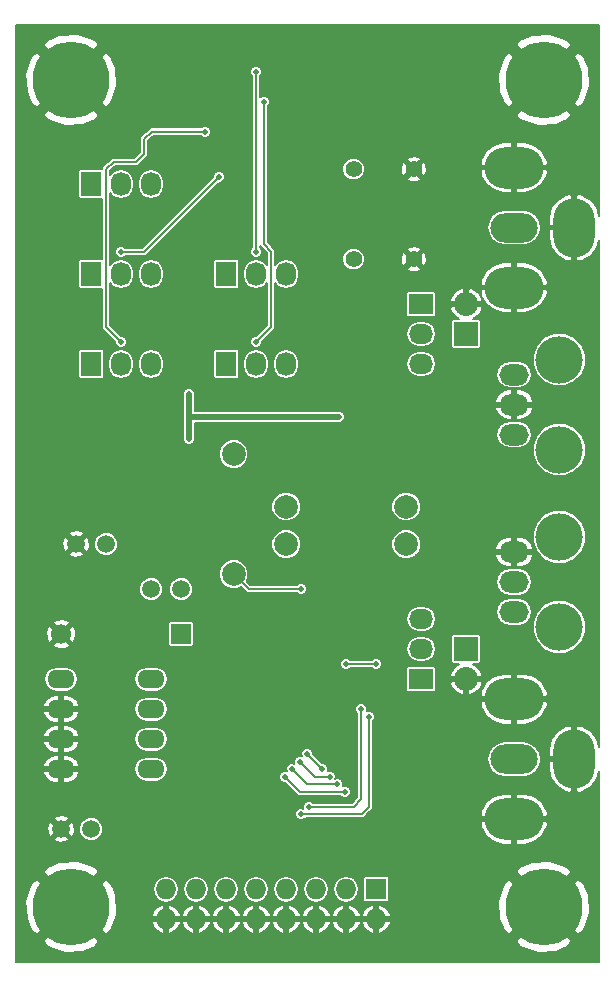
<source format=gbl>
G04 #@! TF.FileFunction,Copper,L2,Bot,Signal*
%FSLAX46Y46*%
G04 Gerber Fmt 4.6, Leading zero omitted, Abs format (unit mm)*
G04 Created by KiCad (PCBNEW (2015-07-22 BZR 5980)-product) date Montag, 16. Mai 2016 'u14' 16:14:33*
%MOMM*%
G01*
G04 APERTURE LIST*
%ADD10C,0.100000*%
%ADD11C,0.500000*%
%ADD12C,6.500000*%
%ADD13C,1.501140*%
%ADD14C,1.699260*%
%ADD15R,1.699260X1.699260*%
%ADD16O,3.500000X5.000000*%
%ADD17O,5.000000X3.500000*%
%ADD18O,4.000000X2.500000*%
%ADD19R,2.032000X1.727200*%
%ADD20O,2.032000X1.727200*%
%ADD21R,1.727200X2.032000*%
%ADD22O,1.727200X2.032000*%
%ADD23C,1.998980*%
%ADD24R,1.727200X1.727200*%
%ADD25O,1.727200X1.727200*%
%ADD26C,1.397000*%
%ADD27O,2.300000X1.600000*%
%ADD28O,2.500000X1.800000*%
%ADD29C,4.000000*%
%ADD30R,2.032000X2.032000*%
%ADD31O,2.032000X2.032000*%
%ADD32C,0.500000*%
%ADD33C,0.200000*%
G04 APERTURE END LIST*
D10*
D11*
X113030000Y-74930000D03*
X114300000Y-74930000D03*
X114300000Y-76200000D03*
X113030000Y-76200000D03*
D12*
X105000000Y-75000000D03*
X145000000Y-75000000D03*
X145000000Y-145000000D03*
D11*
X119380000Y-113030000D03*
X117475000Y-118110000D03*
X121920000Y-113030000D03*
X117475000Y-115570000D03*
X121285000Y-120650000D03*
X121920000Y-121285000D03*
X116205000Y-128270000D03*
X116205000Y-129540000D03*
X106680000Y-86360000D03*
X105410000Y-86360000D03*
X114300000Y-82550000D03*
X114300000Y-83820000D03*
X114935000Y-90170000D03*
X114935000Y-91440000D03*
X114935000Y-92710000D03*
X127000000Y-128270000D03*
X125730000Y-128270000D03*
X124460000Y-128270000D03*
X123190000Y-128270000D03*
X108585000Y-127000000D03*
X108585000Y-129540000D03*
X108585000Y-132080000D03*
X131445000Y-130175000D03*
X130810000Y-130810000D03*
X123190000Y-125730000D03*
X124460000Y-125730000D03*
X125730000Y-125730000D03*
X127000000Y-125730000D03*
X128270000Y-125730000D03*
D12*
X105000000Y-145000000D03*
D13*
X104140000Y-138430000D03*
X106680000Y-138430000D03*
D14*
X104140000Y-121920000D03*
D15*
X114300000Y-121920000D03*
D16*
X147580000Y-87500000D03*
D17*
X142500000Y-92580000D03*
X142500000Y-82420000D03*
D18*
X142500000Y-87500000D03*
D16*
X147580000Y-132500000D03*
D17*
X142500000Y-137580000D03*
X142500000Y-127420000D03*
D18*
X142500000Y-132500000D03*
D19*
X134620000Y-93980000D03*
D20*
X134620000Y-96520000D03*
X134620000Y-99060000D03*
D19*
X134620000Y-125730000D03*
D20*
X134620000Y-123190000D03*
X134620000Y-120650000D03*
D21*
X106680000Y-91440000D03*
D22*
X109220000Y-91440000D03*
X111760000Y-91440000D03*
D21*
X118110000Y-91440000D03*
D22*
X120650000Y-91440000D03*
X123190000Y-91440000D03*
D21*
X118110000Y-99060000D03*
D22*
X120650000Y-99060000D03*
X123190000Y-99060000D03*
D21*
X106680000Y-83820000D03*
D22*
X109220000Y-83820000D03*
X111760000Y-83820000D03*
D21*
X106680000Y-99060000D03*
D22*
X109220000Y-99060000D03*
X111760000Y-99060000D03*
D13*
X114300000Y-118110000D03*
X111760000Y-118110000D03*
D23*
X118745000Y-106680000D03*
X118745000Y-116840000D03*
D24*
X130810000Y-143510000D03*
D25*
X130810000Y-146050000D03*
X128270000Y-143510000D03*
X128270000Y-146050000D03*
X125730000Y-143510000D03*
X125730000Y-146050000D03*
X123190000Y-143510000D03*
X123190000Y-146050000D03*
X120650000Y-143510000D03*
X120650000Y-146050000D03*
X118110000Y-143510000D03*
X118110000Y-146050000D03*
X115570000Y-143510000D03*
X115570000Y-146050000D03*
X113030000Y-143510000D03*
X113030000Y-146050000D03*
D26*
X128905000Y-82550000D03*
X133985000Y-82550000D03*
X128905000Y-90170000D03*
X133985000Y-90170000D03*
D27*
X104140000Y-125730000D03*
X104140000Y-128270000D03*
X104140000Y-130810000D03*
X104140000Y-133350000D03*
X111760000Y-133350000D03*
X111760000Y-130810000D03*
X111760000Y-128270000D03*
X111760000Y-125730000D03*
D28*
X142500000Y-99960000D03*
X142500000Y-102500000D03*
X142500000Y-105040000D03*
D29*
X146310000Y-106310000D03*
X146310000Y-98690000D03*
D28*
X142500000Y-114960000D03*
X142500000Y-117500000D03*
X142500000Y-120040000D03*
D29*
X146310000Y-121310000D03*
X146310000Y-113690000D03*
D30*
X138430000Y-96520000D03*
D31*
X138430000Y-93980000D03*
D30*
X138430000Y-123190000D03*
D31*
X138430000Y-125730000D03*
D13*
X105410000Y-114300000D03*
X107950000Y-114300000D03*
D23*
X123190000Y-111125000D03*
X133350000Y-111125000D03*
X123190000Y-114300000D03*
X133350000Y-114300000D03*
D11*
X127635000Y-103505000D03*
X114935000Y-105410000D03*
X114935000Y-101600000D03*
X130810000Y-124460000D03*
X128270000Y-124460000D03*
X124460000Y-118110000D03*
X109220000Y-89535000D03*
X117475000Y-83185000D03*
X125095000Y-136525000D03*
X129540000Y-128270000D03*
X120650000Y-89535000D03*
X120650000Y-74295000D03*
X120650000Y-97155000D03*
X121285000Y-76835000D03*
X130175000Y-128905000D03*
X124460000Y-137160000D03*
X116329604Y-79375000D03*
X109220000Y-97155000D03*
X128150000Y-135255000D03*
X123070000Y-133985000D03*
X127515000Y-134620000D03*
X123705000Y-133350000D03*
X126880000Y-133985000D03*
X124340000Y-132715000D03*
X126245000Y-133350000D03*
X124975000Y-132080000D03*
D32*
X114935000Y-101600000D02*
X114935000Y-103481671D01*
X114935000Y-103481671D02*
X114935000Y-105410000D01*
X127635000Y-103505000D02*
X114958329Y-103505000D01*
X114958329Y-103505000D02*
X114935000Y-103481671D01*
D33*
X128270000Y-124460000D02*
X130810000Y-124460000D01*
X124460000Y-118110000D02*
X120015000Y-118110000D01*
X120015000Y-118110000D02*
X118745000Y-116840000D01*
X112395000Y-88265000D02*
X111125000Y-89535000D01*
X111125000Y-89535000D02*
X109220000Y-89535000D01*
X117475000Y-83185000D02*
X112395000Y-88265000D01*
X128905000Y-136525000D02*
X125095000Y-136525000D01*
X129540000Y-135890000D02*
X128905000Y-136525000D01*
X129540000Y-130810000D02*
X129540000Y-135890000D01*
X129540000Y-128270000D02*
X129540000Y-130810000D01*
X120650000Y-74295000D02*
X120650000Y-89535000D01*
X121920000Y-89535000D02*
X121920000Y-95885000D01*
X121920000Y-95885000D02*
X120650000Y-97155000D01*
X121285000Y-88900000D02*
X121920000Y-89535000D01*
X121285000Y-76835000D02*
X121285000Y-88900000D01*
X128941061Y-137123939D02*
X128650800Y-137123939D01*
X128650800Y-137123939D02*
X125058939Y-137123939D01*
X130175000Y-136525000D02*
X129576061Y-137123939D01*
X129576061Y-137123939D02*
X128650800Y-137123939D01*
X130175000Y-128905000D02*
X130175000Y-136525000D01*
X125058939Y-137123939D02*
X124496061Y-137123939D01*
X124496061Y-137123939D02*
X124460000Y-137160000D01*
X109220000Y-97155000D02*
X107950000Y-95885000D01*
X107950000Y-95885000D02*
X107950000Y-82550000D01*
X107950000Y-82550000D02*
X108585000Y-81915000D01*
X108585000Y-81915000D02*
X110490000Y-81915000D01*
X111125000Y-80023391D02*
X111788071Y-79360320D01*
X110490000Y-81915000D02*
X111125000Y-81280000D01*
X111788071Y-79360320D02*
X116314924Y-79360320D01*
X116314924Y-79360320D02*
X116329604Y-79375000D01*
X111125000Y-81280000D02*
X111125000Y-80023391D01*
X123070000Y-133985000D02*
X124340000Y-135255000D01*
X124340000Y-135255000D02*
X128150000Y-135255000D01*
X123705000Y-133350000D02*
X124975000Y-134620000D01*
X124975000Y-134620000D02*
X127515000Y-134620000D01*
X124340000Y-132715000D02*
X125610000Y-133985000D01*
X125610000Y-133985000D02*
X126880000Y-133985000D01*
X124975000Y-132080000D02*
X126245000Y-133350000D01*
G36*
X149700000Y-86489893D02*
X149508938Y-85788649D01*
X148994213Y-85123655D01*
X148264187Y-84706257D01*
X148063668Y-84655110D01*
X147730000Y-84705495D01*
X147730000Y-87350000D01*
X147750000Y-87350000D01*
X147750000Y-87650000D01*
X147730000Y-87650000D01*
X147730000Y-90294505D01*
X148063668Y-90344890D01*
X148264187Y-90293743D01*
X148994213Y-89876345D01*
X149508938Y-89211351D01*
X149700000Y-88510107D01*
X149700000Y-131489893D01*
X149508938Y-130788649D01*
X148994213Y-130123655D01*
X148264187Y-129706257D01*
X148063668Y-129655110D01*
X147730000Y-129705495D01*
X147730000Y-132350000D01*
X147750000Y-132350000D01*
X147750000Y-132650000D01*
X147730000Y-132650000D01*
X147730000Y-135294505D01*
X148063668Y-135344890D01*
X148264187Y-135293743D01*
X148994213Y-134876345D01*
X149508938Y-134211351D01*
X149700000Y-133510107D01*
X149700000Y-149700000D01*
X100300000Y-149700000D01*
X100300000Y-147937447D01*
X102628239Y-147937447D01*
X103028310Y-148394320D01*
X104477346Y-148890475D01*
X106005951Y-148794341D01*
X106971690Y-148394320D01*
X107371761Y-147937447D01*
X142628239Y-147937447D01*
X143028310Y-148394320D01*
X144477346Y-148890475D01*
X146005951Y-148794341D01*
X146971690Y-148394320D01*
X147371761Y-147937447D01*
X145000000Y-145565685D01*
X142628239Y-147937447D01*
X107371761Y-147937447D01*
X107371761Y-147937447D01*
X105000000Y-145565685D01*
X102628239Y-147937447D01*
X100300000Y-147937447D01*
X100300000Y-144477346D01*
X101109525Y-144477346D01*
X101205659Y-146005951D01*
X101605680Y-146971690D01*
X102062553Y-147371761D01*
X104434315Y-145000000D01*
X105565685Y-145000000D01*
X107937447Y-147371761D01*
X108394320Y-146971690D01*
X108591976Y-146394428D01*
X111814233Y-146394428D01*
X112038585Y-146833464D01*
X112413871Y-147153224D01*
X112685574Y-147265753D01*
X112880000Y-147203891D01*
X112880000Y-146200000D01*
X113180000Y-146200000D01*
X113180000Y-147203891D01*
X113374426Y-147265753D01*
X113646129Y-147153224D01*
X114021415Y-146833464D01*
X114245767Y-146394428D01*
X114354233Y-146394428D01*
X114578585Y-146833464D01*
X114953871Y-147153224D01*
X115225574Y-147265753D01*
X115420000Y-147203891D01*
X115420000Y-146200000D01*
X115720000Y-146200000D01*
X115720000Y-147203891D01*
X115914426Y-147265753D01*
X116186129Y-147153224D01*
X116561415Y-146833464D01*
X116785767Y-146394428D01*
X116894233Y-146394428D01*
X117118585Y-146833464D01*
X117493871Y-147153224D01*
X117765574Y-147265753D01*
X117960000Y-147203891D01*
X117960000Y-146200000D01*
X118260000Y-146200000D01*
X118260000Y-147203891D01*
X118454426Y-147265753D01*
X118726129Y-147153224D01*
X119101415Y-146833464D01*
X119325767Y-146394428D01*
X119434233Y-146394428D01*
X119658585Y-146833464D01*
X120033871Y-147153224D01*
X120305574Y-147265753D01*
X120500000Y-147203891D01*
X120500000Y-146200000D01*
X120800000Y-146200000D01*
X120800000Y-147203891D01*
X120994426Y-147265753D01*
X121266129Y-147153224D01*
X121641415Y-146833464D01*
X121865767Y-146394428D01*
X121974233Y-146394428D01*
X122198585Y-146833464D01*
X122573871Y-147153224D01*
X122845574Y-147265753D01*
X123040000Y-147203891D01*
X123040000Y-146200000D01*
X123340000Y-146200000D01*
X123340000Y-147203891D01*
X123534426Y-147265753D01*
X123806129Y-147153224D01*
X124181415Y-146833464D01*
X124405767Y-146394428D01*
X124514233Y-146394428D01*
X124738585Y-146833464D01*
X125113871Y-147153224D01*
X125385574Y-147265753D01*
X125580000Y-147203891D01*
X125580000Y-146200000D01*
X125880000Y-146200000D01*
X125880000Y-147203891D01*
X126074426Y-147265753D01*
X126346129Y-147153224D01*
X126721415Y-146833464D01*
X126945767Y-146394428D01*
X127054233Y-146394428D01*
X127278585Y-146833464D01*
X127653871Y-147153224D01*
X127925574Y-147265753D01*
X128120000Y-147203891D01*
X128120000Y-146200000D01*
X128420000Y-146200000D01*
X128420000Y-147203891D01*
X128614426Y-147265753D01*
X128886129Y-147153224D01*
X129261415Y-146833464D01*
X129485767Y-146394428D01*
X129594233Y-146394428D01*
X129818585Y-146833464D01*
X130193871Y-147153224D01*
X130465574Y-147265753D01*
X130660000Y-147203891D01*
X130660000Y-146200000D01*
X130960000Y-146200000D01*
X130960000Y-147203891D01*
X131154426Y-147265753D01*
X131426129Y-147153224D01*
X131801415Y-146833464D01*
X132025767Y-146394428D01*
X131964679Y-146200000D01*
X130960000Y-146200000D01*
X130660000Y-146200000D01*
X130660000Y-146200000D01*
X129655321Y-146200000D01*
X129594233Y-146394428D01*
X129485767Y-146394428D01*
X129485767Y-146394428D01*
X129424679Y-146200000D01*
X128420000Y-146200000D01*
X128120000Y-146200000D01*
X128120000Y-146200000D01*
X127115321Y-146200000D01*
X127054233Y-146394428D01*
X126945767Y-146394428D01*
X126945767Y-146394428D01*
X126884679Y-146200000D01*
X125880000Y-146200000D01*
X125580000Y-146200000D01*
X125580000Y-146200000D01*
X124575321Y-146200000D01*
X124514233Y-146394428D01*
X124405767Y-146394428D01*
X124405767Y-146394428D01*
X124344679Y-146200000D01*
X123340000Y-146200000D01*
X123040000Y-146200000D01*
X123040000Y-146200000D01*
X122035321Y-146200000D01*
X121974233Y-146394428D01*
X121865767Y-146394428D01*
X121865767Y-146394428D01*
X121804679Y-146200000D01*
X120800000Y-146200000D01*
X120500000Y-146200000D01*
X120500000Y-146200000D01*
X119495321Y-146200000D01*
X119434233Y-146394428D01*
X119325767Y-146394428D01*
X119325767Y-146394428D01*
X119264679Y-146200000D01*
X118260000Y-146200000D01*
X117960000Y-146200000D01*
X117960000Y-146200000D01*
X116955321Y-146200000D01*
X116894233Y-146394428D01*
X116785767Y-146394428D01*
X116785767Y-146394428D01*
X116724679Y-146200000D01*
X115720000Y-146200000D01*
X115420000Y-146200000D01*
X115420000Y-146200000D01*
X114415321Y-146200000D01*
X114354233Y-146394428D01*
X114245767Y-146394428D01*
X114245767Y-146394428D01*
X114184679Y-146200000D01*
X113180000Y-146200000D01*
X112880000Y-146200000D01*
X112880000Y-146200000D01*
X111875321Y-146200000D01*
X111814233Y-146394428D01*
X108591976Y-146394428D01*
X108827843Y-145705572D01*
X111814233Y-145705572D01*
X111875321Y-145900000D01*
X112880000Y-145900000D01*
X112880000Y-144896109D01*
X113180000Y-144896109D01*
X113180000Y-145900000D01*
X114184679Y-145900000D01*
X114245767Y-145705572D01*
X114354233Y-145705572D01*
X114415321Y-145900000D01*
X115420000Y-145900000D01*
X115420000Y-144896109D01*
X115720000Y-144896109D01*
X115720000Y-145900000D01*
X116724679Y-145900000D01*
X116785767Y-145705572D01*
X116894233Y-145705572D01*
X116955321Y-145900000D01*
X117960000Y-145900000D01*
X117960000Y-144896109D01*
X118260000Y-144896109D01*
X118260000Y-145900000D01*
X119264679Y-145900000D01*
X119325767Y-145705572D01*
X119434233Y-145705572D01*
X119495321Y-145900000D01*
X120500000Y-145900000D01*
X120500000Y-144896109D01*
X120800000Y-144896109D01*
X120800000Y-145900000D01*
X121804679Y-145900000D01*
X121865767Y-145705572D01*
X121974233Y-145705572D01*
X122035321Y-145900000D01*
X123040000Y-145900000D01*
X123040000Y-144896109D01*
X123340000Y-144896109D01*
X123340000Y-145900000D01*
X124344679Y-145900000D01*
X124405767Y-145705572D01*
X124514233Y-145705572D01*
X124575321Y-145900000D01*
X125580000Y-145900000D01*
X125580000Y-144896109D01*
X125880000Y-144896109D01*
X125880000Y-145900000D01*
X126884679Y-145900000D01*
X126945767Y-145705572D01*
X127054233Y-145705572D01*
X127115321Y-145900000D01*
X128120000Y-145900000D01*
X128120000Y-144896109D01*
X128420000Y-144896109D01*
X128420000Y-145900000D01*
X129424679Y-145900000D01*
X129485767Y-145705572D01*
X129594233Y-145705572D01*
X129655321Y-145900000D01*
X130660000Y-145900000D01*
X130660000Y-144896109D01*
X130960000Y-144896109D01*
X130960000Y-145900000D01*
X131964679Y-145900000D01*
X132025767Y-145705572D01*
X131801415Y-145266536D01*
X131426129Y-144946776D01*
X131154426Y-144834247D01*
X130960000Y-144896109D01*
X130660000Y-144896109D01*
X130660000Y-144896109D01*
X130465574Y-144834247D01*
X130193871Y-144946776D01*
X129818585Y-145266536D01*
X129594233Y-145705572D01*
X129485767Y-145705572D01*
X129485767Y-145705572D01*
X129261415Y-145266536D01*
X128886129Y-144946776D01*
X128614426Y-144834247D01*
X128420000Y-144896109D01*
X128120000Y-144896109D01*
X128120000Y-144896109D01*
X127925574Y-144834247D01*
X127653871Y-144946776D01*
X127278585Y-145266536D01*
X127054233Y-145705572D01*
X126945767Y-145705572D01*
X126945767Y-145705572D01*
X126721415Y-145266536D01*
X126346129Y-144946776D01*
X126074426Y-144834247D01*
X125880000Y-144896109D01*
X125580000Y-144896109D01*
X125580000Y-144896109D01*
X125385574Y-144834247D01*
X125113871Y-144946776D01*
X124738585Y-145266536D01*
X124514233Y-145705572D01*
X124405767Y-145705572D01*
X124405767Y-145705572D01*
X124181415Y-145266536D01*
X123806129Y-144946776D01*
X123534426Y-144834247D01*
X123340000Y-144896109D01*
X123040000Y-144896109D01*
X123040000Y-144896109D01*
X122845574Y-144834247D01*
X122573871Y-144946776D01*
X122198585Y-145266536D01*
X121974233Y-145705572D01*
X121865767Y-145705572D01*
X121865767Y-145705572D01*
X121641415Y-145266536D01*
X121266129Y-144946776D01*
X120994426Y-144834247D01*
X120800000Y-144896109D01*
X120500000Y-144896109D01*
X120500000Y-144896109D01*
X120305574Y-144834247D01*
X120033871Y-144946776D01*
X119658585Y-145266536D01*
X119434233Y-145705572D01*
X119325767Y-145705572D01*
X119325767Y-145705572D01*
X119101415Y-145266536D01*
X118726129Y-144946776D01*
X118454426Y-144834247D01*
X118260000Y-144896109D01*
X117960000Y-144896109D01*
X117960000Y-144896109D01*
X117765574Y-144834247D01*
X117493871Y-144946776D01*
X117118585Y-145266536D01*
X116894233Y-145705572D01*
X116785767Y-145705572D01*
X116785767Y-145705572D01*
X116561415Y-145266536D01*
X116186129Y-144946776D01*
X115914426Y-144834247D01*
X115720000Y-144896109D01*
X115420000Y-144896109D01*
X115420000Y-144896109D01*
X115225574Y-144834247D01*
X114953871Y-144946776D01*
X114578585Y-145266536D01*
X114354233Y-145705572D01*
X114245767Y-145705572D01*
X114245767Y-145705572D01*
X114021415Y-145266536D01*
X113646129Y-144946776D01*
X113374426Y-144834247D01*
X113180000Y-144896109D01*
X112880000Y-144896109D01*
X112880000Y-144896109D01*
X112685574Y-144834247D01*
X112413871Y-144946776D01*
X112038585Y-145266536D01*
X111814233Y-145705572D01*
X108827843Y-145705572D01*
X108890475Y-145522654D01*
X108794341Y-143994049D01*
X108584806Y-143488183D01*
X111916400Y-143488183D01*
X111916400Y-143531817D01*
X112001168Y-143957973D01*
X112242566Y-144319251D01*
X112603844Y-144560649D01*
X113030000Y-144645417D01*
X113456156Y-144560649D01*
X113817434Y-144319251D01*
X114058832Y-143957973D01*
X114143600Y-143531817D01*
X114143600Y-143488183D01*
X114456400Y-143488183D01*
X114456400Y-143531817D01*
X114541168Y-143957973D01*
X114782566Y-144319251D01*
X115143844Y-144560649D01*
X115570000Y-144645417D01*
X115996156Y-144560649D01*
X116357434Y-144319251D01*
X116598832Y-143957973D01*
X116683600Y-143531817D01*
X116683600Y-143488183D01*
X116996400Y-143488183D01*
X116996400Y-143531817D01*
X117081168Y-143957973D01*
X117322566Y-144319251D01*
X117683844Y-144560649D01*
X118110000Y-144645417D01*
X118536156Y-144560649D01*
X118897434Y-144319251D01*
X119138832Y-143957973D01*
X119223600Y-143531817D01*
X119223600Y-143488183D01*
X119536400Y-143488183D01*
X119536400Y-143531817D01*
X119621168Y-143957973D01*
X119862566Y-144319251D01*
X120223844Y-144560649D01*
X120650000Y-144645417D01*
X121076156Y-144560649D01*
X121437434Y-144319251D01*
X121678832Y-143957973D01*
X121763600Y-143531817D01*
X121763600Y-143488183D01*
X122076400Y-143488183D01*
X122076400Y-143531817D01*
X122161168Y-143957973D01*
X122402566Y-144319251D01*
X122763844Y-144560649D01*
X123190000Y-144645417D01*
X123616156Y-144560649D01*
X123977434Y-144319251D01*
X124218832Y-143957973D01*
X124303600Y-143531817D01*
X124303600Y-143488183D01*
X124616400Y-143488183D01*
X124616400Y-143531817D01*
X124701168Y-143957973D01*
X124942566Y-144319251D01*
X125303844Y-144560649D01*
X125730000Y-144645417D01*
X126156156Y-144560649D01*
X126517434Y-144319251D01*
X126758832Y-143957973D01*
X126843600Y-143531817D01*
X126843600Y-143488183D01*
X127156400Y-143488183D01*
X127156400Y-143531817D01*
X127241168Y-143957973D01*
X127482566Y-144319251D01*
X127843844Y-144560649D01*
X128270000Y-144645417D01*
X128696156Y-144560649D01*
X129057434Y-144319251D01*
X129298832Y-143957973D01*
X129383600Y-143531817D01*
X129383600Y-143488183D01*
X129298832Y-143062027D01*
X129057434Y-142700749D01*
X128976095Y-142646400D01*
X129691502Y-142646400D01*
X129691502Y-144373600D01*
X129709997Y-144468924D01*
X129765033Y-144552705D01*
X129848116Y-144608788D01*
X129946400Y-144628498D01*
X131673600Y-144628498D01*
X131768924Y-144610003D01*
X131852705Y-144554967D01*
X131905101Y-144477346D01*
X141109525Y-144477346D01*
X141205659Y-146005951D01*
X141605680Y-146971690D01*
X142062553Y-147371761D01*
X144434315Y-145000000D01*
X145565685Y-145000000D01*
X147937447Y-147371761D01*
X148394320Y-146971690D01*
X148890475Y-145522654D01*
X148794341Y-143994049D01*
X148394320Y-143028310D01*
X147937447Y-142628239D01*
X145565685Y-145000000D01*
X144434315Y-145000000D01*
X144434315Y-145000000D01*
X142062553Y-142628239D01*
X141605680Y-143028310D01*
X141109525Y-144477346D01*
X131905101Y-144477346D01*
X131908788Y-144471884D01*
X131928498Y-144373600D01*
X131928498Y-142646400D01*
X131910003Y-142551076D01*
X131854967Y-142467295D01*
X131771884Y-142411212D01*
X131673600Y-142391502D01*
X129946400Y-142391502D01*
X129851076Y-142409997D01*
X129767295Y-142465033D01*
X129711212Y-142548116D01*
X129691502Y-142646400D01*
X128976095Y-142646400D01*
X128696156Y-142459351D01*
X128270000Y-142374583D01*
X127843844Y-142459351D01*
X127482566Y-142700749D01*
X127241168Y-143062027D01*
X127156400Y-143488183D01*
X126843600Y-143488183D01*
X126843600Y-143488183D01*
X126758832Y-143062027D01*
X126517434Y-142700749D01*
X126156156Y-142459351D01*
X125730000Y-142374583D01*
X125303844Y-142459351D01*
X124942566Y-142700749D01*
X124701168Y-143062027D01*
X124616400Y-143488183D01*
X124303600Y-143488183D01*
X124303600Y-143488183D01*
X124218832Y-143062027D01*
X123977434Y-142700749D01*
X123616156Y-142459351D01*
X123190000Y-142374583D01*
X122763844Y-142459351D01*
X122402566Y-142700749D01*
X122161168Y-143062027D01*
X122076400Y-143488183D01*
X121763600Y-143488183D01*
X121763600Y-143488183D01*
X121678832Y-143062027D01*
X121437434Y-142700749D01*
X121076156Y-142459351D01*
X120650000Y-142374583D01*
X120223844Y-142459351D01*
X119862566Y-142700749D01*
X119621168Y-143062027D01*
X119536400Y-143488183D01*
X119223600Y-143488183D01*
X119223600Y-143488183D01*
X119138832Y-143062027D01*
X118897434Y-142700749D01*
X118536156Y-142459351D01*
X118110000Y-142374583D01*
X117683844Y-142459351D01*
X117322566Y-142700749D01*
X117081168Y-143062027D01*
X116996400Y-143488183D01*
X116683600Y-143488183D01*
X116683600Y-143488183D01*
X116598832Y-143062027D01*
X116357434Y-142700749D01*
X115996156Y-142459351D01*
X115570000Y-142374583D01*
X115143844Y-142459351D01*
X114782566Y-142700749D01*
X114541168Y-143062027D01*
X114456400Y-143488183D01*
X114143600Y-143488183D01*
X114143600Y-143488183D01*
X114058832Y-143062027D01*
X113817434Y-142700749D01*
X113456156Y-142459351D01*
X113030000Y-142374583D01*
X112603844Y-142459351D01*
X112242566Y-142700749D01*
X112001168Y-143062027D01*
X111916400Y-143488183D01*
X108584806Y-143488183D01*
X108394320Y-143028310D01*
X107937447Y-142628239D01*
X105565685Y-145000000D01*
X104434315Y-145000000D01*
X104434315Y-145000000D01*
X102062553Y-142628239D01*
X101605680Y-143028310D01*
X101109525Y-144477346D01*
X100300000Y-144477346D01*
X100300000Y-142062553D01*
X102628239Y-142062553D01*
X105000000Y-144434315D01*
X107371761Y-142062553D01*
X142628239Y-142062553D01*
X145000000Y-144434315D01*
X147371761Y-142062553D01*
X146971690Y-141605680D01*
X145522654Y-141109525D01*
X143994049Y-141205659D01*
X143028310Y-141605680D01*
X142628239Y-142062553D01*
X107371761Y-142062553D01*
X107371761Y-142062553D01*
X106971690Y-141605680D01*
X105522654Y-141109525D01*
X103994049Y-141205659D01*
X103028310Y-141605680D01*
X102628239Y-142062553D01*
X100300000Y-142062553D01*
X100300000Y-139287421D01*
X103494711Y-139287421D01*
X103577475Y-139459444D01*
X104014247Y-139596351D01*
X104470163Y-139555692D01*
X104702525Y-139459444D01*
X104785289Y-139287421D01*
X104140000Y-138642132D01*
X103494711Y-139287421D01*
X100300000Y-139287421D01*
X100300000Y-138304247D01*
X102973649Y-138304247D01*
X103014308Y-138760163D01*
X103110556Y-138992525D01*
X103282579Y-139075289D01*
X103927868Y-138430000D01*
X104352132Y-138430000D01*
X104997421Y-139075289D01*
X105169444Y-138992525D01*
X105283657Y-138628152D01*
X105679257Y-138628152D01*
X105831264Y-138996037D01*
X106112483Y-139277747D01*
X106480101Y-139430396D01*
X106878152Y-139430743D01*
X107246037Y-139278736D01*
X107527747Y-138997517D01*
X107680396Y-138629899D01*
X107680743Y-138231848D01*
X107611253Y-138063668D01*
X139655110Y-138063668D01*
X139706257Y-138264187D01*
X140123655Y-138994213D01*
X140788649Y-139508938D01*
X141600000Y-139730000D01*
X142350000Y-139730000D01*
X142350000Y-137730000D01*
X142650000Y-137730000D01*
X142650000Y-139730000D01*
X143400000Y-139730000D01*
X144211351Y-139508938D01*
X144876345Y-138994213D01*
X145293743Y-138264187D01*
X145344890Y-138063668D01*
X145294505Y-137730000D01*
X142650000Y-137730000D01*
X142350000Y-137730000D01*
X142350000Y-137730000D01*
X139705495Y-137730000D01*
X139655110Y-138063668D01*
X107611253Y-138063668D01*
X107528736Y-137863963D01*
X107247517Y-137582253D01*
X106879899Y-137429604D01*
X106481848Y-137429257D01*
X106113963Y-137581264D01*
X105832253Y-137862483D01*
X105679604Y-138230101D01*
X105679257Y-138628152D01*
X105283657Y-138628152D01*
X105306351Y-138555753D01*
X105265692Y-138099837D01*
X105169444Y-137867475D01*
X104997421Y-137784711D01*
X104352132Y-138430000D01*
X103927868Y-138430000D01*
X103927868Y-138430000D01*
X103282579Y-137784711D01*
X103110556Y-137867475D01*
X102973649Y-138304247D01*
X100300000Y-138304247D01*
X100300000Y-137572579D01*
X103494711Y-137572579D01*
X104140000Y-138217868D01*
X104785289Y-137572579D01*
X104702525Y-137400556D01*
X104265753Y-137263649D01*
X103809837Y-137304308D01*
X103577475Y-137400556D01*
X103494711Y-137572579D01*
X100300000Y-137572579D01*
X100300000Y-137259020D01*
X123959913Y-137259020D01*
X124035873Y-137442857D01*
X124176403Y-137583633D01*
X124360107Y-137659913D01*
X124559020Y-137660087D01*
X124742857Y-137584127D01*
X124853238Y-137473939D01*
X129576061Y-137473939D01*
X129710000Y-137447297D01*
X129823548Y-137371426D01*
X130098642Y-137096332D01*
X139655110Y-137096332D01*
X139705495Y-137430000D01*
X142350000Y-137430000D01*
X142350000Y-135430000D01*
X142650000Y-135430000D01*
X142650000Y-137430000D01*
X145294505Y-137430000D01*
X145344890Y-137096332D01*
X145293743Y-136895813D01*
X144876345Y-136165787D01*
X144211351Y-135651062D01*
X143400000Y-135430000D01*
X142650000Y-135430000D01*
X142350000Y-135430000D01*
X142350000Y-135430000D01*
X141600000Y-135430000D01*
X140788649Y-135651062D01*
X140123655Y-136165787D01*
X139706257Y-136895813D01*
X139655110Y-137096332D01*
X130098642Y-137096332D01*
X130422488Y-136772487D01*
X130498358Y-136658939D01*
X130525000Y-136525000D01*
X130525000Y-132500000D01*
X140205920Y-132500000D01*
X140320101Y-133074025D01*
X140645260Y-133560660D01*
X141131895Y-133885819D01*
X141705920Y-134000000D01*
X143294080Y-134000000D01*
X143868105Y-133885819D01*
X144354740Y-133560660D01*
X144679899Y-133074025D01*
X144764243Y-132650000D01*
X145430000Y-132650000D01*
X145430000Y-133400000D01*
X145651062Y-134211351D01*
X146165787Y-134876345D01*
X146895813Y-135293743D01*
X147096332Y-135344890D01*
X147430000Y-135294505D01*
X147430000Y-132650000D01*
X145430000Y-132650000D01*
X144764243Y-132650000D01*
X144794080Y-132500000D01*
X144679899Y-131925975D01*
X144462090Y-131600000D01*
X145430000Y-131600000D01*
X145430000Y-132350000D01*
X147430000Y-132350000D01*
X147430000Y-129705495D01*
X147096332Y-129655110D01*
X146895813Y-129706257D01*
X146165787Y-130123655D01*
X145651062Y-130788649D01*
X145430000Y-131600000D01*
X144462090Y-131600000D01*
X144354740Y-131439340D01*
X143868105Y-131114181D01*
X143294080Y-131000000D01*
X141705920Y-131000000D01*
X141131895Y-131114181D01*
X140645260Y-131439340D01*
X140320101Y-131925975D01*
X140205920Y-132500000D01*
X130525000Y-132500000D01*
X130525000Y-129262101D01*
X130598633Y-129188597D01*
X130674913Y-129004893D01*
X130675087Y-128805980D01*
X130599127Y-128622143D01*
X130458597Y-128481367D01*
X130274893Y-128405087D01*
X130075980Y-128404913D01*
X130014890Y-128430155D01*
X130039913Y-128369893D01*
X130040087Y-128170980D01*
X129964127Y-127987143D01*
X129880798Y-127903668D01*
X139655110Y-127903668D01*
X139706257Y-128104187D01*
X140123655Y-128834213D01*
X140788649Y-129348938D01*
X141600000Y-129570000D01*
X142350000Y-129570000D01*
X142350000Y-127570000D01*
X142650000Y-127570000D01*
X142650000Y-129570000D01*
X143400000Y-129570000D01*
X144211351Y-129348938D01*
X144876345Y-128834213D01*
X145293743Y-128104187D01*
X145344890Y-127903668D01*
X145294505Y-127570000D01*
X142650000Y-127570000D01*
X142350000Y-127570000D01*
X142350000Y-127570000D01*
X139705495Y-127570000D01*
X139655110Y-127903668D01*
X129880798Y-127903668D01*
X129823597Y-127846367D01*
X129639893Y-127770087D01*
X129440980Y-127769913D01*
X129257143Y-127845873D01*
X129116367Y-127986403D01*
X129040087Y-128170107D01*
X129039913Y-128369020D01*
X129115873Y-128552857D01*
X129190000Y-128627114D01*
X129190000Y-135745025D01*
X128760026Y-136175000D01*
X125452101Y-136175000D01*
X125378597Y-136101367D01*
X125194893Y-136025087D01*
X124995980Y-136024913D01*
X124812143Y-136100873D01*
X124671367Y-136241403D01*
X124595087Y-136425107D01*
X124594913Y-136624020D01*
X124620155Y-136685110D01*
X124559893Y-136660087D01*
X124360980Y-136659913D01*
X124177143Y-136735873D01*
X124036367Y-136876403D01*
X123960087Y-137060107D01*
X123959913Y-137259020D01*
X100300000Y-137259020D01*
X100300000Y-133684402D01*
X102637535Y-133684402D01*
X102835406Y-134092462D01*
X103192198Y-134401253D01*
X103640000Y-134550000D01*
X103990000Y-134550000D01*
X103990000Y-133500000D01*
X104290000Y-133500000D01*
X104290000Y-134550000D01*
X104640000Y-134550000D01*
X105087802Y-134401253D01*
X105444594Y-134092462D01*
X105642465Y-133684402D01*
X105579725Y-133500000D01*
X104290000Y-133500000D01*
X103990000Y-133500000D01*
X103990000Y-133500000D01*
X102700275Y-133500000D01*
X102637535Y-133684402D01*
X100300000Y-133684402D01*
X100300000Y-133350000D01*
X110332572Y-133350000D01*
X110412498Y-133751818D01*
X110640110Y-134092462D01*
X110980754Y-134320074D01*
X111382572Y-134400000D01*
X112137428Y-134400000D01*
X112539246Y-134320074D01*
X112879890Y-134092462D01*
X112885530Y-134084020D01*
X122569913Y-134084020D01*
X122645873Y-134267857D01*
X122786403Y-134408633D01*
X122970107Y-134484913D01*
X123075031Y-134485005D01*
X124092512Y-135502487D01*
X124206060Y-135578358D01*
X124228282Y-135582778D01*
X124340000Y-135605000D01*
X127792899Y-135605000D01*
X127866403Y-135678633D01*
X128050107Y-135754913D01*
X128249020Y-135755087D01*
X128432857Y-135679127D01*
X128573633Y-135538597D01*
X128649913Y-135354893D01*
X128650087Y-135155980D01*
X128574127Y-134972143D01*
X128433597Y-134831367D01*
X128249893Y-134755087D01*
X128050980Y-134754913D01*
X127989890Y-134780155D01*
X128014913Y-134719893D01*
X128015087Y-134520980D01*
X127939127Y-134337143D01*
X127798597Y-134196367D01*
X127614893Y-134120087D01*
X127415980Y-134119913D01*
X127354890Y-134145155D01*
X127379913Y-134084893D01*
X127380087Y-133885980D01*
X127304127Y-133702143D01*
X127163597Y-133561367D01*
X126979893Y-133485087D01*
X126780980Y-133484913D01*
X126719890Y-133510155D01*
X126744913Y-133449893D01*
X126745087Y-133250980D01*
X126669127Y-133067143D01*
X126528597Y-132926367D01*
X126344893Y-132850087D01*
X126239970Y-132849995D01*
X125474996Y-132085022D01*
X125475087Y-131980980D01*
X125399127Y-131797143D01*
X125258597Y-131656367D01*
X125074893Y-131580087D01*
X124875980Y-131579913D01*
X124692143Y-131655873D01*
X124551367Y-131796403D01*
X124475087Y-131980107D01*
X124474913Y-132179020D01*
X124500155Y-132240110D01*
X124439893Y-132215087D01*
X124240980Y-132214913D01*
X124057143Y-132290873D01*
X123916367Y-132431403D01*
X123840087Y-132615107D01*
X123839913Y-132814020D01*
X123865155Y-132875110D01*
X123804893Y-132850087D01*
X123605980Y-132849913D01*
X123422143Y-132925873D01*
X123281367Y-133066403D01*
X123205087Y-133250107D01*
X123204913Y-133449020D01*
X123230155Y-133510110D01*
X123169893Y-133485087D01*
X122970980Y-133484913D01*
X122787143Y-133560873D01*
X122646367Y-133701403D01*
X122570087Y-133885107D01*
X122569913Y-134084020D01*
X112885530Y-134084020D01*
X113107502Y-133751818D01*
X113187428Y-133350000D01*
X113107502Y-132948182D01*
X112879890Y-132607538D01*
X112539246Y-132379926D01*
X112137428Y-132300000D01*
X111382572Y-132300000D01*
X110980754Y-132379926D01*
X110640110Y-132607538D01*
X110412498Y-132948182D01*
X110332572Y-133350000D01*
X100300000Y-133350000D01*
X100300000Y-133015598D01*
X102637535Y-133015598D01*
X102700275Y-133200000D01*
X103990000Y-133200000D01*
X103990000Y-132150000D01*
X104290000Y-132150000D01*
X104290000Y-133200000D01*
X105579725Y-133200000D01*
X105642465Y-133015598D01*
X105444594Y-132607538D01*
X105087802Y-132298747D01*
X104640000Y-132150000D01*
X104290000Y-132150000D01*
X103990000Y-132150000D01*
X103990000Y-132150000D01*
X103640000Y-132150000D01*
X103192198Y-132298747D01*
X102835406Y-132607538D01*
X102637535Y-133015598D01*
X100300000Y-133015598D01*
X100300000Y-131144402D01*
X102637535Y-131144402D01*
X102835406Y-131552462D01*
X103192198Y-131861253D01*
X103640000Y-132010000D01*
X103990000Y-132010000D01*
X103990000Y-130960000D01*
X104290000Y-130960000D01*
X104290000Y-132010000D01*
X104640000Y-132010000D01*
X105087802Y-131861253D01*
X105444594Y-131552462D01*
X105642465Y-131144402D01*
X105579725Y-130960000D01*
X104290000Y-130960000D01*
X103990000Y-130960000D01*
X103990000Y-130960000D01*
X102700275Y-130960000D01*
X102637535Y-131144402D01*
X100300000Y-131144402D01*
X100300000Y-130810000D01*
X110332572Y-130810000D01*
X110412498Y-131211818D01*
X110640110Y-131552462D01*
X110980754Y-131780074D01*
X111382572Y-131860000D01*
X112137428Y-131860000D01*
X112539246Y-131780074D01*
X112879890Y-131552462D01*
X113107502Y-131211818D01*
X113187428Y-130810000D01*
X113107502Y-130408182D01*
X112879890Y-130067538D01*
X112539246Y-129839926D01*
X112137428Y-129760000D01*
X111382572Y-129760000D01*
X110980754Y-129839926D01*
X110640110Y-130067538D01*
X110412498Y-130408182D01*
X110332572Y-130810000D01*
X100300000Y-130810000D01*
X100300000Y-130475598D01*
X102637535Y-130475598D01*
X102700275Y-130660000D01*
X103990000Y-130660000D01*
X103990000Y-129610000D01*
X104290000Y-129610000D01*
X104290000Y-130660000D01*
X105579725Y-130660000D01*
X105642465Y-130475598D01*
X105444594Y-130067538D01*
X105087802Y-129758747D01*
X104640000Y-129610000D01*
X104290000Y-129610000D01*
X103990000Y-129610000D01*
X103990000Y-129610000D01*
X103640000Y-129610000D01*
X103192198Y-129758747D01*
X102835406Y-130067538D01*
X102637535Y-130475598D01*
X100300000Y-130475598D01*
X100300000Y-128604402D01*
X102637535Y-128604402D01*
X102835406Y-129012462D01*
X103192198Y-129321253D01*
X103640000Y-129470000D01*
X103990000Y-129470000D01*
X103990000Y-128420000D01*
X104290000Y-128420000D01*
X104290000Y-129470000D01*
X104640000Y-129470000D01*
X105087802Y-129321253D01*
X105444594Y-129012462D01*
X105642465Y-128604402D01*
X105579725Y-128420000D01*
X104290000Y-128420000D01*
X103990000Y-128420000D01*
X103990000Y-128420000D01*
X102700275Y-128420000D01*
X102637535Y-128604402D01*
X100300000Y-128604402D01*
X100300000Y-128270000D01*
X110332572Y-128270000D01*
X110412498Y-128671818D01*
X110640110Y-129012462D01*
X110980754Y-129240074D01*
X111382572Y-129320000D01*
X112137428Y-129320000D01*
X112539246Y-129240074D01*
X112879890Y-129012462D01*
X113107502Y-128671818D01*
X113187428Y-128270000D01*
X113107502Y-127868182D01*
X112879890Y-127527538D01*
X112539246Y-127299926D01*
X112137428Y-127220000D01*
X111382572Y-127220000D01*
X110980754Y-127299926D01*
X110640110Y-127527538D01*
X110412498Y-127868182D01*
X110332572Y-128270000D01*
X100300000Y-128270000D01*
X100300000Y-127935598D01*
X102637535Y-127935598D01*
X102700275Y-128120000D01*
X103990000Y-128120000D01*
X103990000Y-127070000D01*
X104290000Y-127070000D01*
X104290000Y-128120000D01*
X105579725Y-128120000D01*
X105642465Y-127935598D01*
X105444594Y-127527538D01*
X105087802Y-127218747D01*
X104640000Y-127070000D01*
X104290000Y-127070000D01*
X103990000Y-127070000D01*
X103990000Y-127070000D01*
X103640000Y-127070000D01*
X103192198Y-127218747D01*
X102835406Y-127527538D01*
X102637535Y-127935598D01*
X100300000Y-127935598D01*
X100300000Y-125730000D01*
X102712572Y-125730000D01*
X102792498Y-126131818D01*
X103020110Y-126472462D01*
X103360754Y-126700074D01*
X103762572Y-126780000D01*
X104517428Y-126780000D01*
X104919246Y-126700074D01*
X105259890Y-126472462D01*
X105487502Y-126131818D01*
X105567428Y-125730000D01*
X110332572Y-125730000D01*
X110412498Y-126131818D01*
X110640110Y-126472462D01*
X110980754Y-126700074D01*
X111382572Y-126780000D01*
X112137428Y-126780000D01*
X112539246Y-126700074D01*
X112879890Y-126472462D01*
X113107502Y-126131818D01*
X113187428Y-125730000D01*
X113107502Y-125328182D01*
X112879890Y-124987538D01*
X112539246Y-124759926D01*
X112137428Y-124680000D01*
X111382572Y-124680000D01*
X110980754Y-124759926D01*
X110640110Y-124987538D01*
X110412498Y-125328182D01*
X110332572Y-125730000D01*
X105567428Y-125730000D01*
X105567428Y-125730000D01*
X105487502Y-125328182D01*
X105259890Y-124987538D01*
X104919246Y-124759926D01*
X104517428Y-124680000D01*
X103762572Y-124680000D01*
X103360754Y-124759926D01*
X103020110Y-124987538D01*
X102792498Y-125328182D01*
X102712572Y-125730000D01*
X100300000Y-125730000D01*
X100300000Y-124559020D01*
X127769913Y-124559020D01*
X127845873Y-124742857D01*
X127986403Y-124883633D01*
X128170107Y-124959913D01*
X128369020Y-124960087D01*
X128552857Y-124884127D01*
X128627114Y-124810000D01*
X130452899Y-124810000D01*
X130526403Y-124883633D01*
X130710107Y-124959913D01*
X130909020Y-124960087D01*
X131092857Y-124884127D01*
X131110615Y-124866400D01*
X133349102Y-124866400D01*
X133349102Y-126593600D01*
X133367597Y-126688924D01*
X133422633Y-126772705D01*
X133505716Y-126828788D01*
X133604000Y-126848498D01*
X135636000Y-126848498D01*
X135731324Y-126830003D01*
X135815105Y-126774967D01*
X135871188Y-126691884D01*
X135890898Y-126593600D01*
X135890898Y-126098418D01*
X137062767Y-126098418D01*
X137202700Y-126436276D01*
X137566403Y-126852181D01*
X138061580Y-127097244D01*
X138280000Y-127038045D01*
X138280000Y-125880000D01*
X138580000Y-125880000D01*
X138580000Y-127038045D01*
X138798420Y-127097244D01*
X139123560Y-126936332D01*
X139655110Y-126936332D01*
X139705495Y-127270000D01*
X142350000Y-127270000D01*
X142350000Y-125270000D01*
X142650000Y-125270000D01*
X142650000Y-127270000D01*
X145294505Y-127270000D01*
X145344890Y-126936332D01*
X145293743Y-126735813D01*
X144876345Y-126005787D01*
X144211351Y-125491062D01*
X143400000Y-125270000D01*
X142650000Y-125270000D01*
X142350000Y-125270000D01*
X142350000Y-125270000D01*
X141600000Y-125270000D01*
X140788649Y-125491062D01*
X140123655Y-126005787D01*
X139706257Y-126735813D01*
X139655110Y-126936332D01*
X139123560Y-126936332D01*
X139293597Y-126852181D01*
X139657300Y-126436276D01*
X139797233Y-126098418D01*
X139737423Y-125880000D01*
X138580000Y-125880000D01*
X138280000Y-125880000D01*
X138280000Y-125880000D01*
X137122577Y-125880000D01*
X137062767Y-126098418D01*
X135890898Y-126098418D01*
X135890898Y-125361582D01*
X137062767Y-125361582D01*
X137122577Y-125580000D01*
X138280000Y-125580000D01*
X138280000Y-125560000D01*
X138580000Y-125560000D01*
X138580000Y-125580000D01*
X139737423Y-125580000D01*
X139797233Y-125361582D01*
X139657300Y-125023724D01*
X139293597Y-124607819D01*
X138996727Y-124460898D01*
X139446000Y-124460898D01*
X139541324Y-124442403D01*
X139625105Y-124387367D01*
X139681188Y-124304284D01*
X139700898Y-124206000D01*
X139700898Y-122174000D01*
X139682403Y-122078676D01*
X139627367Y-121994895D01*
X139544284Y-121938812D01*
X139446000Y-121919102D01*
X137414000Y-121919102D01*
X137318676Y-121937597D01*
X137234895Y-121992633D01*
X137178812Y-122075716D01*
X137159102Y-122174000D01*
X137159102Y-124206000D01*
X137177597Y-124301324D01*
X137232633Y-124385105D01*
X137315716Y-124441188D01*
X137414000Y-124460898D01*
X137863273Y-124460898D01*
X137566403Y-124607819D01*
X137202700Y-125023724D01*
X137062767Y-125361582D01*
X135890898Y-125361582D01*
X135890898Y-124866400D01*
X135872403Y-124771076D01*
X135817367Y-124687295D01*
X135734284Y-124631212D01*
X135636000Y-124611502D01*
X133604000Y-124611502D01*
X133508676Y-124629997D01*
X133424895Y-124685033D01*
X133368812Y-124768116D01*
X133349102Y-124866400D01*
X131110615Y-124866400D01*
X131233633Y-124743597D01*
X131309913Y-124559893D01*
X131310087Y-124360980D01*
X131234127Y-124177143D01*
X131093597Y-124036367D01*
X130909893Y-123960087D01*
X130710980Y-123959913D01*
X130527143Y-124035873D01*
X130452886Y-124110000D01*
X128627101Y-124110000D01*
X128553597Y-124036367D01*
X128369893Y-123960087D01*
X128170980Y-123959913D01*
X127987143Y-124035873D01*
X127846367Y-124176403D01*
X127770087Y-124360107D01*
X127769913Y-124559020D01*
X100300000Y-124559020D01*
X100300000Y-123190000D01*
X133329198Y-123190000D01*
X133413966Y-123616156D01*
X133655364Y-123977434D01*
X134016642Y-124218832D01*
X134442798Y-124303600D01*
X134797202Y-124303600D01*
X135223358Y-124218832D01*
X135584636Y-123977434D01*
X135826034Y-123616156D01*
X135910802Y-123190000D01*
X135826034Y-122763844D01*
X135584636Y-122402566D01*
X135223358Y-122161168D01*
X134797202Y-122076400D01*
X134442798Y-122076400D01*
X134016642Y-122161168D01*
X133655364Y-122402566D01*
X133413966Y-122763844D01*
X133329198Y-123190000D01*
X100300000Y-123190000D01*
X100300000Y-122849485D01*
X103422647Y-122849485D01*
X103517656Y-123031778D01*
X103990488Y-123185310D01*
X104486082Y-123146209D01*
X104762344Y-123031778D01*
X104857353Y-122849485D01*
X104140000Y-122132132D01*
X103422647Y-122849485D01*
X100300000Y-122849485D01*
X100300000Y-121770488D01*
X102874690Y-121770488D01*
X102913791Y-122266082D01*
X103028222Y-122542344D01*
X103210515Y-122637353D01*
X103927868Y-121920000D01*
X104352132Y-121920000D01*
X105069485Y-122637353D01*
X105251778Y-122542344D01*
X105405310Y-122069512D01*
X105366209Y-121573918D01*
X105251778Y-121297656D01*
X105069485Y-121202647D01*
X104352132Y-121920000D01*
X103927868Y-121920000D01*
X103927868Y-121920000D01*
X103210515Y-121202647D01*
X103028222Y-121297656D01*
X102874690Y-121770488D01*
X100300000Y-121770488D01*
X100300000Y-120990515D01*
X103422647Y-120990515D01*
X104140000Y-121707868D01*
X104777498Y-121070370D01*
X113195472Y-121070370D01*
X113195472Y-122769630D01*
X113213967Y-122864954D01*
X113269003Y-122948735D01*
X113352086Y-123004818D01*
X113450370Y-123024528D01*
X115149630Y-123024528D01*
X115244954Y-123006033D01*
X115328735Y-122950997D01*
X115384818Y-122867914D01*
X115404528Y-122769630D01*
X115404528Y-121070370D01*
X115386033Y-120975046D01*
X115330997Y-120891265D01*
X115247914Y-120835182D01*
X115149630Y-120815472D01*
X113450370Y-120815472D01*
X113355046Y-120833967D01*
X113271265Y-120889003D01*
X113215182Y-120972086D01*
X113195472Y-121070370D01*
X104777498Y-121070370D01*
X104857353Y-120990515D01*
X104762344Y-120808222D01*
X104289512Y-120654690D01*
X103793918Y-120693791D01*
X103517656Y-120808222D01*
X103422647Y-120990515D01*
X100300000Y-120990515D01*
X100300000Y-120650000D01*
X133329198Y-120650000D01*
X133413966Y-121076156D01*
X133655364Y-121437434D01*
X134016642Y-121678832D01*
X134442798Y-121763600D01*
X134797202Y-121763600D01*
X134837475Y-121755589D01*
X144059610Y-121755589D01*
X144401431Y-122582858D01*
X145033813Y-123216345D01*
X145860484Y-123559608D01*
X146755589Y-123560390D01*
X147582858Y-123218569D01*
X148216345Y-122586187D01*
X148559608Y-121759516D01*
X148560390Y-120864411D01*
X148218569Y-120037142D01*
X147586187Y-119403655D01*
X146759516Y-119060392D01*
X145864411Y-119059610D01*
X145037142Y-119401431D01*
X144403655Y-120033813D01*
X144060392Y-120860484D01*
X144059610Y-121755589D01*
X134837475Y-121755589D01*
X135223358Y-121678832D01*
X135584636Y-121437434D01*
X135826034Y-121076156D01*
X135910802Y-120650000D01*
X135826034Y-120223844D01*
X135703194Y-120040000D01*
X140970613Y-120040000D01*
X141058152Y-120480086D01*
X141307440Y-120853173D01*
X141680527Y-121102461D01*
X142120613Y-121190000D01*
X142879387Y-121190000D01*
X143319473Y-121102461D01*
X143692560Y-120853173D01*
X143941848Y-120480086D01*
X144029387Y-120040000D01*
X143941848Y-119599914D01*
X143692560Y-119226827D01*
X143319473Y-118977539D01*
X142879387Y-118890000D01*
X142120613Y-118890000D01*
X141680527Y-118977539D01*
X141307440Y-119226827D01*
X141058152Y-119599914D01*
X140970613Y-120040000D01*
X135703194Y-120040000D01*
X135584636Y-119862566D01*
X135223358Y-119621168D01*
X134797202Y-119536400D01*
X134442798Y-119536400D01*
X134016642Y-119621168D01*
X133655364Y-119862566D01*
X133413966Y-120223844D01*
X133329198Y-120650000D01*
X100300000Y-120650000D01*
X100300000Y-118308152D01*
X110759257Y-118308152D01*
X110911264Y-118676037D01*
X111192483Y-118957747D01*
X111560101Y-119110396D01*
X111958152Y-119110743D01*
X112326037Y-118958736D01*
X112607747Y-118677517D01*
X112760396Y-118309899D01*
X112760397Y-118308152D01*
X113299257Y-118308152D01*
X113451264Y-118676037D01*
X113732483Y-118957747D01*
X114100101Y-119110396D01*
X114498152Y-119110743D01*
X114866037Y-118958736D01*
X115147747Y-118677517D01*
X115300396Y-118309899D01*
X115300743Y-117911848D01*
X115148736Y-117543963D01*
X114867517Y-117262253D01*
X114499899Y-117109604D01*
X114101848Y-117109257D01*
X113733963Y-117261264D01*
X113452253Y-117542483D01*
X113299604Y-117910101D01*
X113299257Y-118308152D01*
X112760397Y-118308152D01*
X112760743Y-117911848D01*
X112608736Y-117543963D01*
X112327517Y-117262253D01*
X111959899Y-117109604D01*
X111561848Y-117109257D01*
X111193963Y-117261264D01*
X110912253Y-117542483D01*
X110759604Y-117910101D01*
X110759257Y-118308152D01*
X100300000Y-118308152D01*
X100300000Y-117087449D01*
X117495294Y-117087449D01*
X117685116Y-117546855D01*
X118036297Y-117898648D01*
X118495371Y-118089273D01*
X118992449Y-118089706D01*
X119351412Y-117941386D01*
X119767512Y-118357487D01*
X119881060Y-118433358D01*
X119903282Y-118437778D01*
X120015000Y-118460000D01*
X124102899Y-118460000D01*
X124176403Y-118533633D01*
X124360107Y-118609913D01*
X124559020Y-118610087D01*
X124742857Y-118534127D01*
X124883633Y-118393597D01*
X124959913Y-118209893D01*
X124960087Y-118010980D01*
X124884127Y-117827143D01*
X124743597Y-117686367D01*
X124559893Y-117610087D01*
X124360980Y-117609913D01*
X124177143Y-117685873D01*
X124102886Y-117760000D01*
X120159975Y-117760000D01*
X119899975Y-117500000D01*
X140970613Y-117500000D01*
X141058152Y-117940086D01*
X141307440Y-118313173D01*
X141680527Y-118562461D01*
X142120613Y-118650000D01*
X142879387Y-118650000D01*
X143319473Y-118562461D01*
X143692560Y-118313173D01*
X143941848Y-117940086D01*
X144029387Y-117500000D01*
X143941848Y-117059914D01*
X143692560Y-116686827D01*
X143319473Y-116437539D01*
X142879387Y-116350000D01*
X142120613Y-116350000D01*
X141680527Y-116437539D01*
X141307440Y-116686827D01*
X141058152Y-117059914D01*
X140970613Y-117500000D01*
X119899975Y-117500000D01*
X119846200Y-117446226D01*
X119994273Y-117089629D01*
X119994706Y-116592551D01*
X119804884Y-116133145D01*
X119453703Y-115781352D01*
X118994629Y-115590727D01*
X118497551Y-115590294D01*
X118038145Y-115780116D01*
X117686352Y-116131297D01*
X117495727Y-116590371D01*
X117495294Y-117087449D01*
X100300000Y-117087449D01*
X100300000Y-115157421D01*
X104764711Y-115157421D01*
X104847475Y-115329444D01*
X105284247Y-115466351D01*
X105740163Y-115425692D01*
X105972525Y-115329444D01*
X106055289Y-115157421D01*
X105410000Y-114512132D01*
X104764711Y-115157421D01*
X100300000Y-115157421D01*
X100300000Y-114174247D01*
X104243649Y-114174247D01*
X104284308Y-114630163D01*
X104380556Y-114862525D01*
X104552579Y-114945289D01*
X105197868Y-114300000D01*
X105622132Y-114300000D01*
X106267421Y-114945289D01*
X106439444Y-114862525D01*
X106553657Y-114498152D01*
X106949257Y-114498152D01*
X107101264Y-114866037D01*
X107382483Y-115147747D01*
X107750101Y-115300396D01*
X108148152Y-115300743D01*
X108516037Y-115148736D01*
X108797747Y-114867517D01*
X108930651Y-114547449D01*
X121940294Y-114547449D01*
X122130116Y-115006855D01*
X122481297Y-115358648D01*
X122940371Y-115549273D01*
X123437449Y-115549706D01*
X123896855Y-115359884D01*
X124248648Y-115008703D01*
X124439273Y-114549629D01*
X124439274Y-114547449D01*
X132100294Y-114547449D01*
X132290116Y-115006855D01*
X132641297Y-115358648D01*
X133100371Y-115549273D01*
X133597449Y-115549706D01*
X134056855Y-115359884D01*
X134106665Y-115310160D01*
X140898046Y-115310160D01*
X141124695Y-115773173D01*
X141513930Y-116103641D01*
X142000000Y-116260000D01*
X142350000Y-116260000D01*
X142350000Y-115110000D01*
X142650000Y-115110000D01*
X142650000Y-116260000D01*
X143000000Y-116260000D01*
X143486070Y-116103641D01*
X143875305Y-115773173D01*
X144101954Y-115310160D01*
X144040588Y-115110000D01*
X142650000Y-115110000D01*
X142350000Y-115110000D01*
X142350000Y-115110000D01*
X140959412Y-115110000D01*
X140898046Y-115310160D01*
X134106665Y-115310160D01*
X134408648Y-115008703D01*
X134574271Y-114609840D01*
X140898046Y-114609840D01*
X140959412Y-114810000D01*
X142350000Y-114810000D01*
X142350000Y-113660000D01*
X142650000Y-113660000D01*
X142650000Y-114810000D01*
X144040588Y-114810000D01*
X144101954Y-114609840D01*
X143875305Y-114146827D01*
X143862069Y-114135589D01*
X144059610Y-114135589D01*
X144401431Y-114962858D01*
X145033813Y-115596345D01*
X145860484Y-115939608D01*
X146755589Y-115940390D01*
X147582858Y-115598569D01*
X148216345Y-114966187D01*
X148559608Y-114139516D01*
X148560390Y-113244411D01*
X148218569Y-112417142D01*
X147586187Y-111783655D01*
X146759516Y-111440392D01*
X145864411Y-111439610D01*
X145037142Y-111781431D01*
X144403655Y-112413813D01*
X144060392Y-113240484D01*
X144059610Y-114135589D01*
X143862069Y-114135589D01*
X143486070Y-113816359D01*
X143000000Y-113660000D01*
X142650000Y-113660000D01*
X142350000Y-113660000D01*
X142350000Y-113660000D01*
X142000000Y-113660000D01*
X141513930Y-113816359D01*
X141124695Y-114146827D01*
X140898046Y-114609840D01*
X134574271Y-114609840D01*
X134599273Y-114549629D01*
X134599706Y-114052551D01*
X134409884Y-113593145D01*
X134058703Y-113241352D01*
X133599629Y-113050727D01*
X133102551Y-113050294D01*
X132643145Y-113240116D01*
X132291352Y-113591297D01*
X132100727Y-114050371D01*
X132100294Y-114547449D01*
X124439274Y-114547449D01*
X124439706Y-114052551D01*
X124249884Y-113593145D01*
X123898703Y-113241352D01*
X123439629Y-113050727D01*
X122942551Y-113050294D01*
X122483145Y-113240116D01*
X122131352Y-113591297D01*
X121940727Y-114050371D01*
X121940294Y-114547449D01*
X108930651Y-114547449D01*
X108950396Y-114499899D01*
X108950743Y-114101848D01*
X108798736Y-113733963D01*
X108517517Y-113452253D01*
X108149899Y-113299604D01*
X107751848Y-113299257D01*
X107383963Y-113451264D01*
X107102253Y-113732483D01*
X106949604Y-114100101D01*
X106949257Y-114498152D01*
X106553657Y-114498152D01*
X106576351Y-114425753D01*
X106535692Y-113969837D01*
X106439444Y-113737475D01*
X106267421Y-113654711D01*
X105622132Y-114300000D01*
X105197868Y-114300000D01*
X105197868Y-114300000D01*
X104552579Y-113654711D01*
X104380556Y-113737475D01*
X104243649Y-114174247D01*
X100300000Y-114174247D01*
X100300000Y-113442579D01*
X104764711Y-113442579D01*
X105410000Y-114087868D01*
X106055289Y-113442579D01*
X105972525Y-113270556D01*
X105535753Y-113133649D01*
X105079837Y-113174308D01*
X104847475Y-113270556D01*
X104764711Y-113442579D01*
X100300000Y-113442579D01*
X100300000Y-111372449D01*
X121940294Y-111372449D01*
X122130116Y-111831855D01*
X122481297Y-112183648D01*
X122940371Y-112374273D01*
X123437449Y-112374706D01*
X123896855Y-112184884D01*
X124248648Y-111833703D01*
X124439273Y-111374629D01*
X124439274Y-111372449D01*
X132100294Y-111372449D01*
X132290116Y-111831855D01*
X132641297Y-112183648D01*
X133100371Y-112374273D01*
X133597449Y-112374706D01*
X134056855Y-112184884D01*
X134408648Y-111833703D01*
X134599273Y-111374629D01*
X134599706Y-110877551D01*
X134409884Y-110418145D01*
X134058703Y-110066352D01*
X133599629Y-109875727D01*
X133102551Y-109875294D01*
X132643145Y-110065116D01*
X132291352Y-110416297D01*
X132100727Y-110875371D01*
X132100294Y-111372449D01*
X124439274Y-111372449D01*
X124439706Y-110877551D01*
X124249884Y-110418145D01*
X123898703Y-110066352D01*
X123439629Y-109875727D01*
X122942551Y-109875294D01*
X122483145Y-110065116D01*
X122131352Y-110416297D01*
X121940727Y-110875371D01*
X121940294Y-111372449D01*
X100300000Y-111372449D01*
X100300000Y-106927449D01*
X117495294Y-106927449D01*
X117685116Y-107386855D01*
X118036297Y-107738648D01*
X118495371Y-107929273D01*
X118992449Y-107929706D01*
X119451855Y-107739884D01*
X119803648Y-107388703D01*
X119994273Y-106929629D01*
X119994424Y-106755589D01*
X144059610Y-106755589D01*
X144401431Y-107582858D01*
X145033813Y-108216345D01*
X145860484Y-108559608D01*
X146755589Y-108560390D01*
X147582858Y-108218569D01*
X148216345Y-107586187D01*
X148559608Y-106759516D01*
X148560390Y-105864411D01*
X148218569Y-105037142D01*
X147586187Y-104403655D01*
X146759516Y-104060392D01*
X145864411Y-104059610D01*
X145037142Y-104401431D01*
X144403655Y-105033813D01*
X144060392Y-105860484D01*
X144059610Y-106755589D01*
X119994424Y-106755589D01*
X119994706Y-106432551D01*
X119804884Y-105973145D01*
X119453703Y-105621352D01*
X118994629Y-105430727D01*
X118497551Y-105430294D01*
X118038145Y-105620116D01*
X117686352Y-105971297D01*
X117495727Y-106430371D01*
X117495294Y-106927449D01*
X100300000Y-106927449D01*
X100300000Y-101699020D01*
X114434913Y-101699020D01*
X114435000Y-101699231D01*
X114435000Y-105409564D01*
X114434913Y-105509020D01*
X114510873Y-105692857D01*
X114651403Y-105833633D01*
X114835107Y-105909913D01*
X115034020Y-105910087D01*
X115217857Y-105834127D01*
X115358633Y-105693597D01*
X115434913Y-105509893D01*
X115435087Y-105310980D01*
X115435000Y-105310769D01*
X115435000Y-105040000D01*
X140970613Y-105040000D01*
X141058152Y-105480086D01*
X141307440Y-105853173D01*
X141680527Y-106102461D01*
X142120613Y-106190000D01*
X142879387Y-106190000D01*
X143319473Y-106102461D01*
X143692560Y-105853173D01*
X143941848Y-105480086D01*
X144029387Y-105040000D01*
X143941848Y-104599914D01*
X143692560Y-104226827D01*
X143319473Y-103977539D01*
X142879387Y-103890000D01*
X142120613Y-103890000D01*
X141680527Y-103977539D01*
X141307440Y-104226827D01*
X141058152Y-104599914D01*
X140970613Y-105040000D01*
X115435000Y-105040000D01*
X115435000Y-104005000D01*
X127634563Y-104005000D01*
X127734020Y-104005087D01*
X127917857Y-103929127D01*
X128058633Y-103788597D01*
X128134913Y-103604893D01*
X128135087Y-103405980D01*
X128059127Y-103222143D01*
X127918597Y-103081367D01*
X127734893Y-103005087D01*
X127535980Y-103004913D01*
X127535769Y-103005000D01*
X115435000Y-103005000D01*
X115435000Y-102850160D01*
X140898046Y-102850160D01*
X141124695Y-103313173D01*
X141513930Y-103643641D01*
X142000000Y-103800000D01*
X142350000Y-103800000D01*
X142350000Y-102650000D01*
X142650000Y-102650000D01*
X142650000Y-103800000D01*
X143000000Y-103800000D01*
X143486070Y-103643641D01*
X143875305Y-103313173D01*
X144101954Y-102850160D01*
X144040588Y-102650000D01*
X142650000Y-102650000D01*
X142350000Y-102650000D01*
X142350000Y-102650000D01*
X140959412Y-102650000D01*
X140898046Y-102850160D01*
X115435000Y-102850160D01*
X115435000Y-102149840D01*
X140898046Y-102149840D01*
X140959412Y-102350000D01*
X142350000Y-102350000D01*
X142350000Y-101200000D01*
X142650000Y-101200000D01*
X142650000Y-102350000D01*
X144040588Y-102350000D01*
X144101954Y-102149840D01*
X143875305Y-101686827D01*
X143486070Y-101356359D01*
X143000000Y-101200000D01*
X142650000Y-101200000D01*
X142350000Y-101200000D01*
X142350000Y-101200000D01*
X142000000Y-101200000D01*
X141513930Y-101356359D01*
X141124695Y-101686827D01*
X140898046Y-102149840D01*
X115435000Y-102149840D01*
X115435000Y-101600000D01*
X115435087Y-101500980D01*
X115359127Y-101317143D01*
X115218597Y-101176367D01*
X115034893Y-101100087D01*
X114835980Y-101099913D01*
X114652143Y-101175873D01*
X114511367Y-101316403D01*
X114435087Y-101500107D01*
X114434913Y-101699020D01*
X100300000Y-101699020D01*
X100300000Y-98044000D01*
X105561502Y-98044000D01*
X105561502Y-100076000D01*
X105579997Y-100171324D01*
X105635033Y-100255105D01*
X105718116Y-100311188D01*
X105816400Y-100330898D01*
X107543600Y-100330898D01*
X107638924Y-100312403D01*
X107722705Y-100257367D01*
X107778788Y-100174284D01*
X107798498Y-100076000D01*
X107798498Y-98882798D01*
X108106400Y-98882798D01*
X108106400Y-99237202D01*
X108191168Y-99663358D01*
X108432566Y-100024636D01*
X108793844Y-100266034D01*
X109220000Y-100350802D01*
X109646156Y-100266034D01*
X110007434Y-100024636D01*
X110248832Y-99663358D01*
X110333600Y-99237202D01*
X110333600Y-98882798D01*
X110646400Y-98882798D01*
X110646400Y-99237202D01*
X110731168Y-99663358D01*
X110972566Y-100024636D01*
X111333844Y-100266034D01*
X111760000Y-100350802D01*
X112186156Y-100266034D01*
X112547434Y-100024636D01*
X112788832Y-99663358D01*
X112873600Y-99237202D01*
X112873600Y-98882798D01*
X112788832Y-98456642D01*
X112547434Y-98095364D01*
X112470563Y-98044000D01*
X116991502Y-98044000D01*
X116991502Y-100076000D01*
X117009997Y-100171324D01*
X117065033Y-100255105D01*
X117148116Y-100311188D01*
X117246400Y-100330898D01*
X118973600Y-100330898D01*
X119068924Y-100312403D01*
X119152705Y-100257367D01*
X119208788Y-100174284D01*
X119228498Y-100076000D01*
X119228498Y-98882798D01*
X119536400Y-98882798D01*
X119536400Y-99237202D01*
X119621168Y-99663358D01*
X119862566Y-100024636D01*
X120223844Y-100266034D01*
X120650000Y-100350802D01*
X121076156Y-100266034D01*
X121437434Y-100024636D01*
X121678832Y-99663358D01*
X121763600Y-99237202D01*
X121763600Y-98882798D01*
X122076400Y-98882798D01*
X122076400Y-99237202D01*
X122161168Y-99663358D01*
X122402566Y-100024636D01*
X122763844Y-100266034D01*
X123190000Y-100350802D01*
X123616156Y-100266034D01*
X123977434Y-100024636D01*
X124218832Y-99663358D01*
X124303600Y-99237202D01*
X124303600Y-99060000D01*
X133329198Y-99060000D01*
X133413966Y-99486156D01*
X133655364Y-99847434D01*
X134016642Y-100088832D01*
X134442798Y-100173600D01*
X134797202Y-100173600D01*
X135223358Y-100088832D01*
X135416168Y-99960000D01*
X140970613Y-99960000D01*
X141058152Y-100400086D01*
X141307440Y-100773173D01*
X141680527Y-101022461D01*
X142120613Y-101110000D01*
X142879387Y-101110000D01*
X143319473Y-101022461D01*
X143692560Y-100773173D01*
X143941848Y-100400086D01*
X144029387Y-99960000D01*
X143941848Y-99519914D01*
X143692560Y-99146827D01*
X143675742Y-99135589D01*
X144059610Y-99135589D01*
X144401431Y-99962858D01*
X145033813Y-100596345D01*
X145860484Y-100939608D01*
X146755589Y-100940390D01*
X147582858Y-100598569D01*
X148216345Y-99966187D01*
X148559608Y-99139516D01*
X148560390Y-98244411D01*
X148218569Y-97417142D01*
X147586187Y-96783655D01*
X146759516Y-96440392D01*
X145864411Y-96439610D01*
X145037142Y-96781431D01*
X144403655Y-97413813D01*
X144060392Y-98240484D01*
X144059610Y-99135589D01*
X143675742Y-99135589D01*
X143319473Y-98897539D01*
X142879387Y-98810000D01*
X142120613Y-98810000D01*
X141680527Y-98897539D01*
X141307440Y-99146827D01*
X141058152Y-99519914D01*
X140970613Y-99960000D01*
X135416168Y-99960000D01*
X135584636Y-99847434D01*
X135826034Y-99486156D01*
X135910802Y-99060000D01*
X135826034Y-98633844D01*
X135584636Y-98272566D01*
X135223358Y-98031168D01*
X134797202Y-97946400D01*
X134442798Y-97946400D01*
X134016642Y-98031168D01*
X133655364Y-98272566D01*
X133413966Y-98633844D01*
X133329198Y-99060000D01*
X124303600Y-99060000D01*
X124303600Y-98882798D01*
X124218832Y-98456642D01*
X123977434Y-98095364D01*
X123616156Y-97853966D01*
X123190000Y-97769198D01*
X122763844Y-97853966D01*
X122402566Y-98095364D01*
X122161168Y-98456642D01*
X122076400Y-98882798D01*
X121763600Y-98882798D01*
X121763600Y-98882798D01*
X121678832Y-98456642D01*
X121437434Y-98095364D01*
X121076156Y-97853966D01*
X120650000Y-97769198D01*
X120223844Y-97853966D01*
X119862566Y-98095364D01*
X119621168Y-98456642D01*
X119536400Y-98882798D01*
X119228498Y-98882798D01*
X119228498Y-98044000D01*
X119210003Y-97948676D01*
X119154967Y-97864895D01*
X119071884Y-97808812D01*
X118973600Y-97789102D01*
X117246400Y-97789102D01*
X117151076Y-97807597D01*
X117067295Y-97862633D01*
X117011212Y-97945716D01*
X116991502Y-98044000D01*
X112470563Y-98044000D01*
X112186156Y-97853966D01*
X111760000Y-97769198D01*
X111333844Y-97853966D01*
X110972566Y-98095364D01*
X110731168Y-98456642D01*
X110646400Y-98882798D01*
X110333600Y-98882798D01*
X110333600Y-98882798D01*
X110248832Y-98456642D01*
X110007434Y-98095364D01*
X109646156Y-97853966D01*
X109220000Y-97769198D01*
X108793844Y-97853966D01*
X108432566Y-98095364D01*
X108191168Y-98456642D01*
X108106400Y-98882798D01*
X107798498Y-98882798D01*
X107798498Y-98044000D01*
X107780003Y-97948676D01*
X107724967Y-97864895D01*
X107641884Y-97808812D01*
X107543600Y-97789102D01*
X105816400Y-97789102D01*
X105721076Y-97807597D01*
X105637295Y-97862633D01*
X105581212Y-97945716D01*
X105561502Y-98044000D01*
X100300000Y-98044000D01*
X100300000Y-82804000D01*
X105561502Y-82804000D01*
X105561502Y-84836000D01*
X105579997Y-84931324D01*
X105635033Y-85015105D01*
X105718116Y-85071188D01*
X105816400Y-85090898D01*
X107543600Y-85090898D01*
X107600000Y-85079955D01*
X107600000Y-90180413D01*
X107543600Y-90169102D01*
X105816400Y-90169102D01*
X105721076Y-90187597D01*
X105637295Y-90242633D01*
X105581212Y-90325716D01*
X105561502Y-90424000D01*
X105561502Y-92456000D01*
X105579997Y-92551324D01*
X105635033Y-92635105D01*
X105718116Y-92691188D01*
X105816400Y-92710898D01*
X107543600Y-92710898D01*
X107600000Y-92699955D01*
X107600000Y-95885000D01*
X107626642Y-96018939D01*
X107702513Y-96132487D01*
X108720004Y-97149979D01*
X108719913Y-97254020D01*
X108795873Y-97437857D01*
X108936403Y-97578633D01*
X109120107Y-97654913D01*
X109319020Y-97655087D01*
X109502857Y-97579127D01*
X109643633Y-97438597D01*
X109719913Y-97254893D01*
X109720087Y-97055980D01*
X109644127Y-96872143D01*
X109503597Y-96731367D01*
X109319893Y-96655087D01*
X109214970Y-96654995D01*
X108300000Y-95740026D01*
X108300000Y-92206237D01*
X108432566Y-92404636D01*
X108793844Y-92646034D01*
X109220000Y-92730802D01*
X109646156Y-92646034D01*
X110007434Y-92404636D01*
X110248832Y-92043358D01*
X110333600Y-91617202D01*
X110333600Y-91262798D01*
X110646400Y-91262798D01*
X110646400Y-91617202D01*
X110731168Y-92043358D01*
X110972566Y-92404636D01*
X111333844Y-92646034D01*
X111760000Y-92730802D01*
X112186156Y-92646034D01*
X112547434Y-92404636D01*
X112788832Y-92043358D01*
X112873600Y-91617202D01*
X112873600Y-91262798D01*
X112788832Y-90836642D01*
X112547434Y-90475364D01*
X112470563Y-90424000D01*
X116991502Y-90424000D01*
X116991502Y-92456000D01*
X117009997Y-92551324D01*
X117065033Y-92635105D01*
X117148116Y-92691188D01*
X117246400Y-92710898D01*
X118973600Y-92710898D01*
X119068924Y-92692403D01*
X119152705Y-92637367D01*
X119208788Y-92554284D01*
X119228498Y-92456000D01*
X119228498Y-91262798D01*
X119536400Y-91262798D01*
X119536400Y-91617202D01*
X119621168Y-92043358D01*
X119862566Y-92404636D01*
X120223844Y-92646034D01*
X120650000Y-92730802D01*
X121076156Y-92646034D01*
X121437434Y-92404636D01*
X121570000Y-92206237D01*
X121570000Y-95740025D01*
X120655022Y-96655004D01*
X120550980Y-96654913D01*
X120367143Y-96730873D01*
X120226367Y-96871403D01*
X120150087Y-97055107D01*
X120149913Y-97254020D01*
X120225873Y-97437857D01*
X120366403Y-97578633D01*
X120550107Y-97654913D01*
X120749020Y-97655087D01*
X120932857Y-97579127D01*
X121073633Y-97438597D01*
X121149913Y-97254893D01*
X121150005Y-97149969D01*
X121779974Y-96520000D01*
X133329198Y-96520000D01*
X133413966Y-96946156D01*
X133655364Y-97307434D01*
X134016642Y-97548832D01*
X134442798Y-97633600D01*
X134797202Y-97633600D01*
X135223358Y-97548832D01*
X135584636Y-97307434D01*
X135826034Y-96946156D01*
X135910802Y-96520000D01*
X135826034Y-96093844D01*
X135584636Y-95732566D01*
X135223358Y-95491168D01*
X134797202Y-95406400D01*
X134442798Y-95406400D01*
X134016642Y-95491168D01*
X133655364Y-95732566D01*
X133413966Y-96093844D01*
X133329198Y-96520000D01*
X121779974Y-96520000D01*
X122167487Y-96132488D01*
X122243358Y-96018940D01*
X122247778Y-95996718D01*
X122270000Y-95885000D01*
X122270000Y-93116400D01*
X133349102Y-93116400D01*
X133349102Y-94843600D01*
X133367597Y-94938924D01*
X133422633Y-95022705D01*
X133505716Y-95078788D01*
X133604000Y-95098498D01*
X135636000Y-95098498D01*
X135731324Y-95080003D01*
X135815105Y-95024967D01*
X135871188Y-94941884D01*
X135890898Y-94843600D01*
X135890898Y-94348418D01*
X137062767Y-94348418D01*
X137202700Y-94686276D01*
X137566403Y-95102181D01*
X137863273Y-95249102D01*
X137414000Y-95249102D01*
X137318676Y-95267597D01*
X137234895Y-95322633D01*
X137178812Y-95405716D01*
X137159102Y-95504000D01*
X137159102Y-97536000D01*
X137177597Y-97631324D01*
X137232633Y-97715105D01*
X137315716Y-97771188D01*
X137414000Y-97790898D01*
X139446000Y-97790898D01*
X139541324Y-97772403D01*
X139625105Y-97717367D01*
X139681188Y-97634284D01*
X139700898Y-97536000D01*
X139700898Y-95504000D01*
X139682403Y-95408676D01*
X139627367Y-95324895D01*
X139544284Y-95268812D01*
X139446000Y-95249102D01*
X138996727Y-95249102D01*
X139293597Y-95102181D01*
X139657300Y-94686276D01*
X139797233Y-94348418D01*
X139737423Y-94130000D01*
X138580000Y-94130000D01*
X138580000Y-94150000D01*
X138280000Y-94150000D01*
X138280000Y-94130000D01*
X137122577Y-94130000D01*
X137062767Y-94348418D01*
X135890898Y-94348418D01*
X135890898Y-93611582D01*
X137062767Y-93611582D01*
X137122577Y-93830000D01*
X138280000Y-93830000D01*
X138280000Y-92671955D01*
X138580000Y-92671955D01*
X138580000Y-93830000D01*
X139737423Y-93830000D01*
X139797233Y-93611582D01*
X139657300Y-93273724D01*
X139473610Y-93063668D01*
X139655110Y-93063668D01*
X139706257Y-93264187D01*
X140123655Y-93994213D01*
X140788649Y-94508938D01*
X141600000Y-94730000D01*
X142350000Y-94730000D01*
X142350000Y-92730000D01*
X142650000Y-92730000D01*
X142650000Y-94730000D01*
X143400000Y-94730000D01*
X144211351Y-94508938D01*
X144876345Y-93994213D01*
X145293743Y-93264187D01*
X145344890Y-93063668D01*
X145294505Y-92730000D01*
X142650000Y-92730000D01*
X142350000Y-92730000D01*
X142350000Y-92730000D01*
X139705495Y-92730000D01*
X139655110Y-93063668D01*
X139473610Y-93063668D01*
X139293597Y-92857819D01*
X138798420Y-92612756D01*
X138580000Y-92671955D01*
X138280000Y-92671955D01*
X138280000Y-92671955D01*
X138061580Y-92612756D01*
X137566403Y-92857819D01*
X137202700Y-93273724D01*
X137062767Y-93611582D01*
X135890898Y-93611582D01*
X135890898Y-93116400D01*
X135872403Y-93021076D01*
X135817367Y-92937295D01*
X135734284Y-92881212D01*
X135636000Y-92861502D01*
X133604000Y-92861502D01*
X133508676Y-92879997D01*
X133424895Y-92935033D01*
X133368812Y-93018116D01*
X133349102Y-93116400D01*
X122270000Y-93116400D01*
X122270000Y-92206237D01*
X122402566Y-92404636D01*
X122763844Y-92646034D01*
X123190000Y-92730802D01*
X123616156Y-92646034D01*
X123977434Y-92404636D01*
X124183435Y-92096332D01*
X139655110Y-92096332D01*
X139705495Y-92430000D01*
X142350000Y-92430000D01*
X142350000Y-90430000D01*
X142650000Y-90430000D01*
X142650000Y-92430000D01*
X145294505Y-92430000D01*
X145344890Y-92096332D01*
X145293743Y-91895813D01*
X144876345Y-91165787D01*
X144211351Y-90651062D01*
X143400000Y-90430000D01*
X142650000Y-90430000D01*
X142350000Y-90430000D01*
X142350000Y-90430000D01*
X141600000Y-90430000D01*
X140788649Y-90651062D01*
X140123655Y-91165787D01*
X139706257Y-91895813D01*
X139655110Y-92096332D01*
X124183435Y-92096332D01*
X124218832Y-92043358D01*
X124303600Y-91617202D01*
X124303600Y-91262798D01*
X124218832Y-90836642D01*
X123977434Y-90475364D01*
X123801549Y-90357841D01*
X127956336Y-90357841D01*
X128100432Y-90706580D01*
X128367017Y-90973630D01*
X128715504Y-91118335D01*
X129092841Y-91118664D01*
X129405468Y-90989489D01*
X133377643Y-90989489D01*
X133453951Y-91156121D01*
X133871748Y-91284281D01*
X134306785Y-91242800D01*
X134516049Y-91156121D01*
X134592357Y-90989489D01*
X133985000Y-90382132D01*
X133377643Y-90989489D01*
X129405468Y-90989489D01*
X129441580Y-90974568D01*
X129708630Y-90707983D01*
X129853335Y-90359496D01*
X129853598Y-90056748D01*
X132870719Y-90056748D01*
X132912200Y-90491785D01*
X132998879Y-90701049D01*
X133165511Y-90777357D01*
X133772868Y-90170000D01*
X134197132Y-90170000D01*
X134804489Y-90777357D01*
X134971121Y-90701049D01*
X135099281Y-90283252D01*
X135057800Y-89848215D01*
X134971121Y-89638951D01*
X134804489Y-89562643D01*
X134197132Y-90170000D01*
X133772868Y-90170000D01*
X133772868Y-90170000D01*
X133165511Y-89562643D01*
X132998879Y-89638951D01*
X132870719Y-90056748D01*
X129853598Y-90056748D01*
X129853664Y-89982159D01*
X129709568Y-89633420D01*
X129442983Y-89366370D01*
X129404791Y-89350511D01*
X133377643Y-89350511D01*
X133985000Y-89957868D01*
X134592357Y-89350511D01*
X134516049Y-89183879D01*
X134098252Y-89055719D01*
X133663215Y-89097200D01*
X133453951Y-89183879D01*
X133377643Y-89350511D01*
X129404791Y-89350511D01*
X129094496Y-89221665D01*
X128717159Y-89221336D01*
X128368420Y-89365432D01*
X128101370Y-89632017D01*
X127956665Y-89980504D01*
X127956336Y-90357841D01*
X123801549Y-90357841D01*
X123616156Y-90233966D01*
X123190000Y-90149198D01*
X122763844Y-90233966D01*
X122402566Y-90475364D01*
X122270000Y-90673763D01*
X122270000Y-89535000D01*
X122243358Y-89401061D01*
X122220178Y-89366370D01*
X122167488Y-89287513D01*
X121635000Y-88755026D01*
X121635000Y-87500000D01*
X140205920Y-87500000D01*
X140320101Y-88074025D01*
X140645260Y-88560660D01*
X141131895Y-88885819D01*
X141705920Y-89000000D01*
X143294080Y-89000000D01*
X143868105Y-88885819D01*
X144354740Y-88560660D01*
X144679899Y-88074025D01*
X144764243Y-87650000D01*
X145430000Y-87650000D01*
X145430000Y-88400000D01*
X145651062Y-89211351D01*
X146165787Y-89876345D01*
X146895813Y-90293743D01*
X147096332Y-90344890D01*
X147430000Y-90294505D01*
X147430000Y-87650000D01*
X145430000Y-87650000D01*
X144764243Y-87650000D01*
X144794080Y-87500000D01*
X144679899Y-86925975D01*
X144462090Y-86600000D01*
X145430000Y-86600000D01*
X145430000Y-87350000D01*
X147430000Y-87350000D01*
X147430000Y-84705495D01*
X147096332Y-84655110D01*
X146895813Y-84706257D01*
X146165787Y-85123655D01*
X145651062Y-85788649D01*
X145430000Y-86600000D01*
X144462090Y-86600000D01*
X144354740Y-86439340D01*
X143868105Y-86114181D01*
X143294080Y-86000000D01*
X141705920Y-86000000D01*
X141131895Y-86114181D01*
X140645260Y-86439340D01*
X140320101Y-86925975D01*
X140205920Y-87500000D01*
X121635000Y-87500000D01*
X121635000Y-82737841D01*
X127956336Y-82737841D01*
X128100432Y-83086580D01*
X128367017Y-83353630D01*
X128715504Y-83498335D01*
X129092841Y-83498664D01*
X129405468Y-83369489D01*
X133377643Y-83369489D01*
X133453951Y-83536121D01*
X133871748Y-83664281D01*
X134306785Y-83622800D01*
X134516049Y-83536121D01*
X134592357Y-83369489D01*
X133985000Y-82762132D01*
X133377643Y-83369489D01*
X129405468Y-83369489D01*
X129441580Y-83354568D01*
X129708630Y-83087983D01*
X129853335Y-82739496D01*
X129853598Y-82436748D01*
X132870719Y-82436748D01*
X132912200Y-82871785D01*
X132998879Y-83081049D01*
X133165511Y-83157357D01*
X133772868Y-82550000D01*
X134197132Y-82550000D01*
X134804489Y-83157357D01*
X134971121Y-83081049D01*
X135025532Y-82903668D01*
X139655110Y-82903668D01*
X139706257Y-83104187D01*
X140123655Y-83834213D01*
X140788649Y-84348938D01*
X141600000Y-84570000D01*
X142350000Y-84570000D01*
X142350000Y-82570000D01*
X142650000Y-82570000D01*
X142650000Y-84570000D01*
X143400000Y-84570000D01*
X144211351Y-84348938D01*
X144876345Y-83834213D01*
X145293743Y-83104187D01*
X145344890Y-82903668D01*
X145294505Y-82570000D01*
X142650000Y-82570000D01*
X142350000Y-82570000D01*
X142350000Y-82570000D01*
X139705495Y-82570000D01*
X139655110Y-82903668D01*
X135025532Y-82903668D01*
X135099281Y-82663252D01*
X135057800Y-82228215D01*
X134971121Y-82018951D01*
X134804489Y-81942643D01*
X134197132Y-82550000D01*
X133772868Y-82550000D01*
X133772868Y-82550000D01*
X133165511Y-81942643D01*
X132998879Y-82018951D01*
X132870719Y-82436748D01*
X129853598Y-82436748D01*
X129853664Y-82362159D01*
X129709568Y-82013420D01*
X129442983Y-81746370D01*
X129404791Y-81730511D01*
X133377643Y-81730511D01*
X133985000Y-82337868D01*
X134386536Y-81936332D01*
X139655110Y-81936332D01*
X139705495Y-82270000D01*
X142350000Y-82270000D01*
X142350000Y-80270000D01*
X142650000Y-80270000D01*
X142650000Y-82270000D01*
X145294505Y-82270000D01*
X145344890Y-81936332D01*
X145293743Y-81735813D01*
X144876345Y-81005787D01*
X144211351Y-80491062D01*
X143400000Y-80270000D01*
X142650000Y-80270000D01*
X142350000Y-80270000D01*
X142350000Y-80270000D01*
X141600000Y-80270000D01*
X140788649Y-80491062D01*
X140123655Y-81005787D01*
X139706257Y-81735813D01*
X139655110Y-81936332D01*
X134386536Y-81936332D01*
X134592357Y-81730511D01*
X134516049Y-81563879D01*
X134098252Y-81435719D01*
X133663215Y-81477200D01*
X133453951Y-81563879D01*
X133377643Y-81730511D01*
X129404791Y-81730511D01*
X129094496Y-81601665D01*
X128717159Y-81601336D01*
X128368420Y-81745432D01*
X128101370Y-82012017D01*
X127956665Y-82360504D01*
X127956336Y-82737841D01*
X121635000Y-82737841D01*
X121635000Y-77937447D01*
X142628239Y-77937447D01*
X143028310Y-78394320D01*
X144477346Y-78890475D01*
X146005951Y-78794341D01*
X146971690Y-78394320D01*
X147371761Y-77937447D01*
X145000000Y-75565685D01*
X142628239Y-77937447D01*
X121635000Y-77937447D01*
X121635000Y-77192101D01*
X121708633Y-77118597D01*
X121784913Y-76934893D01*
X121785087Y-76735980D01*
X121709127Y-76552143D01*
X121568597Y-76411367D01*
X121384893Y-76335087D01*
X121185980Y-76334913D01*
X121002143Y-76410873D01*
X121000000Y-76413012D01*
X121000000Y-74652101D01*
X121073633Y-74578597D01*
X121115675Y-74477346D01*
X141109525Y-74477346D01*
X141205659Y-76005951D01*
X141605680Y-76971690D01*
X142062553Y-77371761D01*
X144434315Y-75000000D01*
X145565685Y-75000000D01*
X147937447Y-77371761D01*
X148394320Y-76971690D01*
X148890475Y-75522654D01*
X148794341Y-73994049D01*
X148394320Y-73028310D01*
X147937447Y-72628239D01*
X145565685Y-75000000D01*
X144434315Y-75000000D01*
X144434315Y-75000000D01*
X142062553Y-72628239D01*
X141605680Y-73028310D01*
X141109525Y-74477346D01*
X121115675Y-74477346D01*
X121149913Y-74394893D01*
X121150087Y-74195980D01*
X121074127Y-74012143D01*
X120933597Y-73871367D01*
X120749893Y-73795087D01*
X120550980Y-73794913D01*
X120367143Y-73870873D01*
X120226367Y-74011403D01*
X120150087Y-74195107D01*
X120149913Y-74394020D01*
X120225873Y-74577857D01*
X120300000Y-74652114D01*
X120300000Y-89177899D01*
X120226367Y-89251403D01*
X120150087Y-89435107D01*
X120149913Y-89634020D01*
X120225873Y-89817857D01*
X120366403Y-89958633D01*
X120550107Y-90034913D01*
X120749020Y-90035087D01*
X120932857Y-89959127D01*
X121073633Y-89818597D01*
X121149913Y-89634893D01*
X121150087Y-89435980D01*
X121074127Y-89252143D01*
X121000000Y-89177886D01*
X121000000Y-89091345D01*
X121037513Y-89147487D01*
X121570000Y-89679975D01*
X121570000Y-90673763D01*
X121437434Y-90475364D01*
X121076156Y-90233966D01*
X120650000Y-90149198D01*
X120223844Y-90233966D01*
X119862566Y-90475364D01*
X119621168Y-90836642D01*
X119536400Y-91262798D01*
X119228498Y-91262798D01*
X119228498Y-90424000D01*
X119210003Y-90328676D01*
X119154967Y-90244895D01*
X119071884Y-90188812D01*
X118973600Y-90169102D01*
X117246400Y-90169102D01*
X117151076Y-90187597D01*
X117067295Y-90242633D01*
X117011212Y-90325716D01*
X116991502Y-90424000D01*
X112470563Y-90424000D01*
X112186156Y-90233966D01*
X111760000Y-90149198D01*
X111333844Y-90233966D01*
X110972566Y-90475364D01*
X110731168Y-90836642D01*
X110646400Y-91262798D01*
X110333600Y-91262798D01*
X110333600Y-91262798D01*
X110248832Y-90836642D01*
X110007434Y-90475364D01*
X109646156Y-90233966D01*
X109220000Y-90149198D01*
X108793844Y-90233966D01*
X108432566Y-90475364D01*
X108300000Y-90673763D01*
X108300000Y-89634020D01*
X108719913Y-89634020D01*
X108795873Y-89817857D01*
X108936403Y-89958633D01*
X109120107Y-90034913D01*
X109319020Y-90035087D01*
X109502857Y-89959127D01*
X109577114Y-89885000D01*
X111125000Y-89885000D01*
X111258939Y-89858358D01*
X111372487Y-89782487D01*
X112642487Y-88512488D01*
X112642489Y-88512485D01*
X117469978Y-83684996D01*
X117574020Y-83685087D01*
X117757857Y-83609127D01*
X117898633Y-83468597D01*
X117974913Y-83284893D01*
X117975087Y-83085980D01*
X117899127Y-82902143D01*
X117758597Y-82761367D01*
X117574893Y-82685087D01*
X117375980Y-82684913D01*
X117192143Y-82760873D01*
X117051367Y-82901403D01*
X116975087Y-83085107D01*
X116974995Y-83190031D01*
X112147515Y-88017511D01*
X112147512Y-88017513D01*
X110980026Y-89185000D01*
X109577101Y-89185000D01*
X109503597Y-89111367D01*
X109319893Y-89035087D01*
X109120980Y-89034913D01*
X108937143Y-89110873D01*
X108796367Y-89251403D01*
X108720087Y-89435107D01*
X108719913Y-89634020D01*
X108300000Y-89634020D01*
X108300000Y-84586237D01*
X108432566Y-84784636D01*
X108793844Y-85026034D01*
X109220000Y-85110802D01*
X109646156Y-85026034D01*
X110007434Y-84784636D01*
X110248832Y-84423358D01*
X110333600Y-83997202D01*
X110333600Y-83642798D01*
X110646400Y-83642798D01*
X110646400Y-83997202D01*
X110731168Y-84423358D01*
X110972566Y-84784636D01*
X111333844Y-85026034D01*
X111760000Y-85110802D01*
X112186156Y-85026034D01*
X112547434Y-84784636D01*
X112788832Y-84423358D01*
X112873600Y-83997202D01*
X112873600Y-83642798D01*
X112788832Y-83216642D01*
X112547434Y-82855364D01*
X112186156Y-82613966D01*
X111760000Y-82529198D01*
X111333844Y-82613966D01*
X110972566Y-82855364D01*
X110731168Y-83216642D01*
X110646400Y-83642798D01*
X110333600Y-83642798D01*
X110333600Y-83642798D01*
X110248832Y-83216642D01*
X110007434Y-82855364D01*
X109646156Y-82613966D01*
X109220000Y-82529198D01*
X108793844Y-82613966D01*
X108432566Y-82855364D01*
X108300000Y-83053763D01*
X108300000Y-82694974D01*
X108729975Y-82265000D01*
X110490000Y-82265000D01*
X110623939Y-82238358D01*
X110737487Y-82162487D01*
X111372488Y-81527487D01*
X111448358Y-81413939D01*
X111475000Y-81280000D01*
X111475000Y-80168365D01*
X111933045Y-79710320D01*
X115957848Y-79710320D01*
X116046007Y-79798633D01*
X116229711Y-79874913D01*
X116428624Y-79875087D01*
X116612461Y-79799127D01*
X116753237Y-79658597D01*
X116829517Y-79474893D01*
X116829691Y-79275980D01*
X116753731Y-79092143D01*
X116613201Y-78951367D01*
X116429497Y-78875087D01*
X116230584Y-78874913D01*
X116046747Y-78950873D01*
X115987196Y-79010320D01*
X111788071Y-79010320D01*
X111654132Y-79036962D01*
X111540584Y-79112833D01*
X110877513Y-79775904D01*
X110801642Y-79889452D01*
X110775000Y-80023391D01*
X110775000Y-81135025D01*
X110345026Y-81565000D01*
X108585000Y-81565000D01*
X108451061Y-81591642D01*
X108337513Y-81667512D01*
X107702513Y-82302513D01*
X107626642Y-82416061D01*
X107600000Y-82550000D01*
X107600000Y-82560413D01*
X107543600Y-82549102D01*
X105816400Y-82549102D01*
X105721076Y-82567597D01*
X105637295Y-82622633D01*
X105581212Y-82705716D01*
X105561502Y-82804000D01*
X100300000Y-82804000D01*
X100300000Y-77937447D01*
X102628239Y-77937447D01*
X103028310Y-78394320D01*
X104477346Y-78890475D01*
X106005951Y-78794341D01*
X106971690Y-78394320D01*
X107371761Y-77937447D01*
X105000000Y-75565685D01*
X102628239Y-77937447D01*
X100300000Y-77937447D01*
X100300000Y-74477346D01*
X101109525Y-74477346D01*
X101205659Y-76005951D01*
X101605680Y-76971690D01*
X102062553Y-77371761D01*
X104434315Y-75000000D01*
X105565685Y-75000000D01*
X107937447Y-77371761D01*
X108394320Y-76971690D01*
X108890475Y-75522654D01*
X108794341Y-73994049D01*
X108394320Y-73028310D01*
X107937447Y-72628239D01*
X105565685Y-75000000D01*
X104434315Y-75000000D01*
X104434315Y-75000000D01*
X102062553Y-72628239D01*
X101605680Y-73028310D01*
X101109525Y-74477346D01*
X100300000Y-74477346D01*
X100300000Y-72062553D01*
X102628239Y-72062553D01*
X105000000Y-74434315D01*
X107371761Y-72062553D01*
X142628239Y-72062553D01*
X145000000Y-74434315D01*
X147371761Y-72062553D01*
X146971690Y-71605680D01*
X145522654Y-71109525D01*
X143994049Y-71205659D01*
X143028310Y-71605680D01*
X142628239Y-72062553D01*
X107371761Y-72062553D01*
X107371761Y-72062553D01*
X106971690Y-71605680D01*
X105522654Y-71109525D01*
X103994049Y-71205659D01*
X103028310Y-71605680D01*
X102628239Y-72062553D01*
X100300000Y-72062553D01*
X100300000Y-70300000D01*
X149700000Y-70300000D01*
X149700000Y-86489893D01*
X149700000Y-86489893D01*
G37*
X149700000Y-86489893D02*
X149508938Y-85788649D01*
X148994213Y-85123655D01*
X148264187Y-84706257D01*
X148063668Y-84655110D01*
X147730000Y-84705495D01*
X147730000Y-87350000D01*
X147750000Y-87350000D01*
X147750000Y-87650000D01*
X147730000Y-87650000D01*
X147730000Y-90294505D01*
X148063668Y-90344890D01*
X148264187Y-90293743D01*
X148994213Y-89876345D01*
X149508938Y-89211351D01*
X149700000Y-88510107D01*
X149700000Y-131489893D01*
X149508938Y-130788649D01*
X148994213Y-130123655D01*
X148264187Y-129706257D01*
X148063668Y-129655110D01*
X147730000Y-129705495D01*
X147730000Y-132350000D01*
X147750000Y-132350000D01*
X147750000Y-132650000D01*
X147730000Y-132650000D01*
X147730000Y-135294505D01*
X148063668Y-135344890D01*
X148264187Y-135293743D01*
X148994213Y-134876345D01*
X149508938Y-134211351D01*
X149700000Y-133510107D01*
X149700000Y-149700000D01*
X100300000Y-149700000D01*
X100300000Y-147937447D01*
X102628239Y-147937447D01*
X103028310Y-148394320D01*
X104477346Y-148890475D01*
X106005951Y-148794341D01*
X106971690Y-148394320D01*
X107371761Y-147937447D01*
X142628239Y-147937447D01*
X143028310Y-148394320D01*
X144477346Y-148890475D01*
X146005951Y-148794341D01*
X146971690Y-148394320D01*
X147371761Y-147937447D01*
X145000000Y-145565685D01*
X142628239Y-147937447D01*
X107371761Y-147937447D01*
X107371761Y-147937447D01*
X105000000Y-145565685D01*
X102628239Y-147937447D01*
X100300000Y-147937447D01*
X100300000Y-144477346D01*
X101109525Y-144477346D01*
X101205659Y-146005951D01*
X101605680Y-146971690D01*
X102062553Y-147371761D01*
X104434315Y-145000000D01*
X105565685Y-145000000D01*
X107937447Y-147371761D01*
X108394320Y-146971690D01*
X108591976Y-146394428D01*
X111814233Y-146394428D01*
X112038585Y-146833464D01*
X112413871Y-147153224D01*
X112685574Y-147265753D01*
X112880000Y-147203891D01*
X112880000Y-146200000D01*
X113180000Y-146200000D01*
X113180000Y-147203891D01*
X113374426Y-147265753D01*
X113646129Y-147153224D01*
X114021415Y-146833464D01*
X114245767Y-146394428D01*
X114354233Y-146394428D01*
X114578585Y-146833464D01*
X114953871Y-147153224D01*
X115225574Y-147265753D01*
X115420000Y-147203891D01*
X115420000Y-146200000D01*
X115720000Y-146200000D01*
X115720000Y-147203891D01*
X115914426Y-147265753D01*
X116186129Y-147153224D01*
X116561415Y-146833464D01*
X116785767Y-146394428D01*
X116894233Y-146394428D01*
X117118585Y-146833464D01*
X117493871Y-147153224D01*
X117765574Y-147265753D01*
X117960000Y-147203891D01*
X117960000Y-146200000D01*
X118260000Y-146200000D01*
X118260000Y-147203891D01*
X118454426Y-147265753D01*
X118726129Y-147153224D01*
X119101415Y-146833464D01*
X119325767Y-146394428D01*
X119434233Y-146394428D01*
X119658585Y-146833464D01*
X120033871Y-147153224D01*
X120305574Y-147265753D01*
X120500000Y-147203891D01*
X120500000Y-146200000D01*
X120800000Y-146200000D01*
X120800000Y-147203891D01*
X120994426Y-147265753D01*
X121266129Y-147153224D01*
X121641415Y-146833464D01*
X121865767Y-146394428D01*
X121974233Y-146394428D01*
X122198585Y-146833464D01*
X122573871Y-147153224D01*
X122845574Y-147265753D01*
X123040000Y-147203891D01*
X123040000Y-146200000D01*
X123340000Y-146200000D01*
X123340000Y-147203891D01*
X123534426Y-147265753D01*
X123806129Y-147153224D01*
X124181415Y-146833464D01*
X124405767Y-146394428D01*
X124514233Y-146394428D01*
X124738585Y-146833464D01*
X125113871Y-147153224D01*
X125385574Y-147265753D01*
X125580000Y-147203891D01*
X125580000Y-146200000D01*
X125880000Y-146200000D01*
X125880000Y-147203891D01*
X126074426Y-147265753D01*
X126346129Y-147153224D01*
X126721415Y-146833464D01*
X126945767Y-146394428D01*
X127054233Y-146394428D01*
X127278585Y-146833464D01*
X127653871Y-147153224D01*
X127925574Y-147265753D01*
X128120000Y-147203891D01*
X128120000Y-146200000D01*
X128420000Y-146200000D01*
X128420000Y-147203891D01*
X128614426Y-147265753D01*
X128886129Y-147153224D01*
X129261415Y-146833464D01*
X129485767Y-146394428D01*
X129594233Y-146394428D01*
X129818585Y-146833464D01*
X130193871Y-147153224D01*
X130465574Y-147265753D01*
X130660000Y-147203891D01*
X130660000Y-146200000D01*
X130960000Y-146200000D01*
X130960000Y-147203891D01*
X131154426Y-147265753D01*
X131426129Y-147153224D01*
X131801415Y-146833464D01*
X132025767Y-146394428D01*
X131964679Y-146200000D01*
X130960000Y-146200000D01*
X130660000Y-146200000D01*
X130660000Y-146200000D01*
X129655321Y-146200000D01*
X129594233Y-146394428D01*
X129485767Y-146394428D01*
X129485767Y-146394428D01*
X129424679Y-146200000D01*
X128420000Y-146200000D01*
X128120000Y-146200000D01*
X128120000Y-146200000D01*
X127115321Y-146200000D01*
X127054233Y-146394428D01*
X126945767Y-146394428D01*
X126945767Y-146394428D01*
X126884679Y-146200000D01*
X125880000Y-146200000D01*
X125580000Y-146200000D01*
X125580000Y-146200000D01*
X124575321Y-146200000D01*
X124514233Y-146394428D01*
X124405767Y-146394428D01*
X124405767Y-146394428D01*
X124344679Y-146200000D01*
X123340000Y-146200000D01*
X123040000Y-146200000D01*
X123040000Y-146200000D01*
X122035321Y-146200000D01*
X121974233Y-146394428D01*
X121865767Y-146394428D01*
X121865767Y-146394428D01*
X121804679Y-146200000D01*
X120800000Y-146200000D01*
X120500000Y-146200000D01*
X120500000Y-146200000D01*
X119495321Y-146200000D01*
X119434233Y-146394428D01*
X119325767Y-146394428D01*
X119325767Y-146394428D01*
X119264679Y-146200000D01*
X118260000Y-146200000D01*
X117960000Y-146200000D01*
X117960000Y-146200000D01*
X116955321Y-146200000D01*
X116894233Y-146394428D01*
X116785767Y-146394428D01*
X116785767Y-146394428D01*
X116724679Y-146200000D01*
X115720000Y-146200000D01*
X115420000Y-146200000D01*
X115420000Y-146200000D01*
X114415321Y-146200000D01*
X114354233Y-146394428D01*
X114245767Y-146394428D01*
X114245767Y-146394428D01*
X114184679Y-146200000D01*
X113180000Y-146200000D01*
X112880000Y-146200000D01*
X112880000Y-146200000D01*
X111875321Y-146200000D01*
X111814233Y-146394428D01*
X108591976Y-146394428D01*
X108827843Y-145705572D01*
X111814233Y-145705572D01*
X111875321Y-145900000D01*
X112880000Y-145900000D01*
X112880000Y-144896109D01*
X113180000Y-144896109D01*
X113180000Y-145900000D01*
X114184679Y-145900000D01*
X114245767Y-145705572D01*
X114354233Y-145705572D01*
X114415321Y-145900000D01*
X115420000Y-145900000D01*
X115420000Y-144896109D01*
X115720000Y-144896109D01*
X115720000Y-145900000D01*
X116724679Y-145900000D01*
X116785767Y-145705572D01*
X116894233Y-145705572D01*
X116955321Y-145900000D01*
X117960000Y-145900000D01*
X117960000Y-144896109D01*
X118260000Y-144896109D01*
X118260000Y-145900000D01*
X119264679Y-145900000D01*
X119325767Y-145705572D01*
X119434233Y-145705572D01*
X119495321Y-145900000D01*
X120500000Y-145900000D01*
X120500000Y-144896109D01*
X120800000Y-144896109D01*
X120800000Y-145900000D01*
X121804679Y-145900000D01*
X121865767Y-145705572D01*
X121974233Y-145705572D01*
X122035321Y-145900000D01*
X123040000Y-145900000D01*
X123040000Y-144896109D01*
X123340000Y-144896109D01*
X123340000Y-145900000D01*
X124344679Y-145900000D01*
X124405767Y-145705572D01*
X124514233Y-145705572D01*
X124575321Y-145900000D01*
X125580000Y-145900000D01*
X125580000Y-144896109D01*
X125880000Y-144896109D01*
X125880000Y-145900000D01*
X126884679Y-145900000D01*
X126945767Y-145705572D01*
X127054233Y-145705572D01*
X127115321Y-145900000D01*
X128120000Y-145900000D01*
X128120000Y-144896109D01*
X128420000Y-144896109D01*
X128420000Y-145900000D01*
X129424679Y-145900000D01*
X129485767Y-145705572D01*
X129594233Y-145705572D01*
X129655321Y-145900000D01*
X130660000Y-145900000D01*
X130660000Y-144896109D01*
X130960000Y-144896109D01*
X130960000Y-145900000D01*
X131964679Y-145900000D01*
X132025767Y-145705572D01*
X131801415Y-145266536D01*
X131426129Y-144946776D01*
X131154426Y-144834247D01*
X130960000Y-144896109D01*
X130660000Y-144896109D01*
X130660000Y-144896109D01*
X130465574Y-144834247D01*
X130193871Y-144946776D01*
X129818585Y-145266536D01*
X129594233Y-145705572D01*
X129485767Y-145705572D01*
X129485767Y-145705572D01*
X129261415Y-145266536D01*
X128886129Y-144946776D01*
X128614426Y-144834247D01*
X128420000Y-144896109D01*
X128120000Y-144896109D01*
X128120000Y-144896109D01*
X127925574Y-144834247D01*
X127653871Y-144946776D01*
X127278585Y-145266536D01*
X127054233Y-145705572D01*
X126945767Y-145705572D01*
X126945767Y-145705572D01*
X126721415Y-145266536D01*
X126346129Y-144946776D01*
X126074426Y-144834247D01*
X125880000Y-144896109D01*
X125580000Y-144896109D01*
X125580000Y-144896109D01*
X125385574Y-144834247D01*
X125113871Y-144946776D01*
X124738585Y-145266536D01*
X124514233Y-145705572D01*
X124405767Y-145705572D01*
X124405767Y-145705572D01*
X124181415Y-145266536D01*
X123806129Y-144946776D01*
X123534426Y-144834247D01*
X123340000Y-144896109D01*
X123040000Y-144896109D01*
X123040000Y-144896109D01*
X122845574Y-144834247D01*
X122573871Y-144946776D01*
X122198585Y-145266536D01*
X121974233Y-145705572D01*
X121865767Y-145705572D01*
X121865767Y-145705572D01*
X121641415Y-145266536D01*
X121266129Y-144946776D01*
X120994426Y-144834247D01*
X120800000Y-144896109D01*
X120500000Y-144896109D01*
X120500000Y-144896109D01*
X120305574Y-144834247D01*
X120033871Y-144946776D01*
X119658585Y-145266536D01*
X119434233Y-145705572D01*
X119325767Y-145705572D01*
X119325767Y-145705572D01*
X119101415Y-145266536D01*
X118726129Y-144946776D01*
X118454426Y-144834247D01*
X118260000Y-144896109D01*
X117960000Y-144896109D01*
X117960000Y-144896109D01*
X117765574Y-144834247D01*
X117493871Y-144946776D01*
X117118585Y-145266536D01*
X116894233Y-145705572D01*
X116785767Y-145705572D01*
X116785767Y-145705572D01*
X116561415Y-145266536D01*
X116186129Y-144946776D01*
X115914426Y-144834247D01*
X115720000Y-144896109D01*
X115420000Y-144896109D01*
X115420000Y-144896109D01*
X115225574Y-144834247D01*
X114953871Y-144946776D01*
X114578585Y-145266536D01*
X114354233Y-145705572D01*
X114245767Y-145705572D01*
X114245767Y-145705572D01*
X114021415Y-145266536D01*
X113646129Y-144946776D01*
X113374426Y-144834247D01*
X113180000Y-144896109D01*
X112880000Y-144896109D01*
X112880000Y-144896109D01*
X112685574Y-144834247D01*
X112413871Y-144946776D01*
X112038585Y-145266536D01*
X111814233Y-145705572D01*
X108827843Y-145705572D01*
X108890475Y-145522654D01*
X108794341Y-143994049D01*
X108584806Y-143488183D01*
X111916400Y-143488183D01*
X111916400Y-143531817D01*
X112001168Y-143957973D01*
X112242566Y-144319251D01*
X112603844Y-144560649D01*
X113030000Y-144645417D01*
X113456156Y-144560649D01*
X113817434Y-144319251D01*
X114058832Y-143957973D01*
X114143600Y-143531817D01*
X114143600Y-143488183D01*
X114456400Y-143488183D01*
X114456400Y-143531817D01*
X114541168Y-143957973D01*
X114782566Y-144319251D01*
X115143844Y-144560649D01*
X115570000Y-144645417D01*
X115996156Y-144560649D01*
X116357434Y-144319251D01*
X116598832Y-143957973D01*
X116683600Y-143531817D01*
X116683600Y-143488183D01*
X116996400Y-143488183D01*
X116996400Y-143531817D01*
X117081168Y-143957973D01*
X117322566Y-144319251D01*
X117683844Y-144560649D01*
X118110000Y-144645417D01*
X118536156Y-144560649D01*
X118897434Y-144319251D01*
X119138832Y-143957973D01*
X119223600Y-143531817D01*
X119223600Y-143488183D01*
X119536400Y-143488183D01*
X119536400Y-143531817D01*
X119621168Y-143957973D01*
X119862566Y-144319251D01*
X120223844Y-144560649D01*
X120650000Y-144645417D01*
X121076156Y-144560649D01*
X121437434Y-144319251D01*
X121678832Y-143957973D01*
X121763600Y-143531817D01*
X121763600Y-143488183D01*
X122076400Y-143488183D01*
X122076400Y-143531817D01*
X122161168Y-143957973D01*
X122402566Y-144319251D01*
X122763844Y-144560649D01*
X123190000Y-144645417D01*
X123616156Y-144560649D01*
X123977434Y-144319251D01*
X124218832Y-143957973D01*
X124303600Y-143531817D01*
X124303600Y-143488183D01*
X124616400Y-143488183D01*
X124616400Y-143531817D01*
X124701168Y-143957973D01*
X124942566Y-144319251D01*
X125303844Y-144560649D01*
X125730000Y-144645417D01*
X126156156Y-144560649D01*
X126517434Y-144319251D01*
X126758832Y-143957973D01*
X126843600Y-143531817D01*
X126843600Y-143488183D01*
X127156400Y-143488183D01*
X127156400Y-143531817D01*
X127241168Y-143957973D01*
X127482566Y-144319251D01*
X127843844Y-144560649D01*
X128270000Y-144645417D01*
X128696156Y-144560649D01*
X129057434Y-144319251D01*
X129298832Y-143957973D01*
X129383600Y-143531817D01*
X129383600Y-143488183D01*
X129298832Y-143062027D01*
X129057434Y-142700749D01*
X128976095Y-142646400D01*
X129691502Y-142646400D01*
X129691502Y-144373600D01*
X129709997Y-144468924D01*
X129765033Y-144552705D01*
X129848116Y-144608788D01*
X129946400Y-144628498D01*
X131673600Y-144628498D01*
X131768924Y-144610003D01*
X131852705Y-144554967D01*
X131905101Y-144477346D01*
X141109525Y-144477346D01*
X141205659Y-146005951D01*
X141605680Y-146971690D01*
X142062553Y-147371761D01*
X144434315Y-145000000D01*
X145565685Y-145000000D01*
X147937447Y-147371761D01*
X148394320Y-146971690D01*
X148890475Y-145522654D01*
X148794341Y-143994049D01*
X148394320Y-143028310D01*
X147937447Y-142628239D01*
X145565685Y-145000000D01*
X144434315Y-145000000D01*
X144434315Y-145000000D01*
X142062553Y-142628239D01*
X141605680Y-143028310D01*
X141109525Y-144477346D01*
X131905101Y-144477346D01*
X131908788Y-144471884D01*
X131928498Y-144373600D01*
X131928498Y-142646400D01*
X131910003Y-142551076D01*
X131854967Y-142467295D01*
X131771884Y-142411212D01*
X131673600Y-142391502D01*
X129946400Y-142391502D01*
X129851076Y-142409997D01*
X129767295Y-142465033D01*
X129711212Y-142548116D01*
X129691502Y-142646400D01*
X128976095Y-142646400D01*
X128696156Y-142459351D01*
X128270000Y-142374583D01*
X127843844Y-142459351D01*
X127482566Y-142700749D01*
X127241168Y-143062027D01*
X127156400Y-143488183D01*
X126843600Y-143488183D01*
X126843600Y-143488183D01*
X126758832Y-143062027D01*
X126517434Y-142700749D01*
X126156156Y-142459351D01*
X125730000Y-142374583D01*
X125303844Y-142459351D01*
X124942566Y-142700749D01*
X124701168Y-143062027D01*
X124616400Y-143488183D01*
X124303600Y-143488183D01*
X124303600Y-143488183D01*
X124218832Y-143062027D01*
X123977434Y-142700749D01*
X123616156Y-142459351D01*
X123190000Y-142374583D01*
X122763844Y-142459351D01*
X122402566Y-142700749D01*
X122161168Y-143062027D01*
X122076400Y-143488183D01*
X121763600Y-143488183D01*
X121763600Y-143488183D01*
X121678832Y-143062027D01*
X121437434Y-142700749D01*
X121076156Y-142459351D01*
X120650000Y-142374583D01*
X120223844Y-142459351D01*
X119862566Y-142700749D01*
X119621168Y-143062027D01*
X119536400Y-143488183D01*
X119223600Y-143488183D01*
X119223600Y-143488183D01*
X119138832Y-143062027D01*
X118897434Y-142700749D01*
X118536156Y-142459351D01*
X118110000Y-142374583D01*
X117683844Y-142459351D01*
X117322566Y-142700749D01*
X117081168Y-143062027D01*
X116996400Y-143488183D01*
X116683600Y-143488183D01*
X116683600Y-143488183D01*
X116598832Y-143062027D01*
X116357434Y-142700749D01*
X115996156Y-142459351D01*
X115570000Y-142374583D01*
X115143844Y-142459351D01*
X114782566Y-142700749D01*
X114541168Y-143062027D01*
X114456400Y-143488183D01*
X114143600Y-143488183D01*
X114143600Y-143488183D01*
X114058832Y-143062027D01*
X113817434Y-142700749D01*
X113456156Y-142459351D01*
X113030000Y-142374583D01*
X112603844Y-142459351D01*
X112242566Y-142700749D01*
X112001168Y-143062027D01*
X111916400Y-143488183D01*
X108584806Y-143488183D01*
X108394320Y-143028310D01*
X107937447Y-142628239D01*
X105565685Y-145000000D01*
X104434315Y-145000000D01*
X104434315Y-145000000D01*
X102062553Y-142628239D01*
X101605680Y-143028310D01*
X101109525Y-144477346D01*
X100300000Y-144477346D01*
X100300000Y-142062553D01*
X102628239Y-142062553D01*
X105000000Y-144434315D01*
X107371761Y-142062553D01*
X142628239Y-142062553D01*
X145000000Y-144434315D01*
X147371761Y-142062553D01*
X146971690Y-141605680D01*
X145522654Y-141109525D01*
X143994049Y-141205659D01*
X143028310Y-141605680D01*
X142628239Y-142062553D01*
X107371761Y-142062553D01*
X107371761Y-142062553D01*
X106971690Y-141605680D01*
X105522654Y-141109525D01*
X103994049Y-141205659D01*
X103028310Y-141605680D01*
X102628239Y-142062553D01*
X100300000Y-142062553D01*
X100300000Y-139287421D01*
X103494711Y-139287421D01*
X103577475Y-139459444D01*
X104014247Y-139596351D01*
X104470163Y-139555692D01*
X104702525Y-139459444D01*
X104785289Y-139287421D01*
X104140000Y-138642132D01*
X103494711Y-139287421D01*
X100300000Y-139287421D01*
X100300000Y-138304247D01*
X102973649Y-138304247D01*
X103014308Y-138760163D01*
X103110556Y-138992525D01*
X103282579Y-139075289D01*
X103927868Y-138430000D01*
X104352132Y-138430000D01*
X104997421Y-139075289D01*
X105169444Y-138992525D01*
X105283657Y-138628152D01*
X105679257Y-138628152D01*
X105831264Y-138996037D01*
X106112483Y-139277747D01*
X106480101Y-139430396D01*
X106878152Y-139430743D01*
X107246037Y-139278736D01*
X107527747Y-138997517D01*
X107680396Y-138629899D01*
X107680743Y-138231848D01*
X107611253Y-138063668D01*
X139655110Y-138063668D01*
X139706257Y-138264187D01*
X140123655Y-138994213D01*
X140788649Y-139508938D01*
X141600000Y-139730000D01*
X142350000Y-139730000D01*
X142350000Y-137730000D01*
X142650000Y-137730000D01*
X142650000Y-139730000D01*
X143400000Y-139730000D01*
X144211351Y-139508938D01*
X144876345Y-138994213D01*
X145293743Y-138264187D01*
X145344890Y-138063668D01*
X145294505Y-137730000D01*
X142650000Y-137730000D01*
X142350000Y-137730000D01*
X142350000Y-137730000D01*
X139705495Y-137730000D01*
X139655110Y-138063668D01*
X107611253Y-138063668D01*
X107528736Y-137863963D01*
X107247517Y-137582253D01*
X106879899Y-137429604D01*
X106481848Y-137429257D01*
X106113963Y-137581264D01*
X105832253Y-137862483D01*
X105679604Y-138230101D01*
X105679257Y-138628152D01*
X105283657Y-138628152D01*
X105306351Y-138555753D01*
X105265692Y-138099837D01*
X105169444Y-137867475D01*
X104997421Y-137784711D01*
X104352132Y-138430000D01*
X103927868Y-138430000D01*
X103927868Y-138430000D01*
X103282579Y-137784711D01*
X103110556Y-137867475D01*
X102973649Y-138304247D01*
X100300000Y-138304247D01*
X100300000Y-137572579D01*
X103494711Y-137572579D01*
X104140000Y-138217868D01*
X104785289Y-137572579D01*
X104702525Y-137400556D01*
X104265753Y-137263649D01*
X103809837Y-137304308D01*
X103577475Y-137400556D01*
X103494711Y-137572579D01*
X100300000Y-137572579D01*
X100300000Y-137259020D01*
X123959913Y-137259020D01*
X124035873Y-137442857D01*
X124176403Y-137583633D01*
X124360107Y-137659913D01*
X124559020Y-137660087D01*
X124742857Y-137584127D01*
X124853238Y-137473939D01*
X129576061Y-137473939D01*
X129710000Y-137447297D01*
X129823548Y-137371426D01*
X130098642Y-137096332D01*
X139655110Y-137096332D01*
X139705495Y-137430000D01*
X142350000Y-137430000D01*
X142350000Y-135430000D01*
X142650000Y-135430000D01*
X142650000Y-137430000D01*
X145294505Y-137430000D01*
X145344890Y-137096332D01*
X145293743Y-136895813D01*
X144876345Y-136165787D01*
X144211351Y-135651062D01*
X143400000Y-135430000D01*
X142650000Y-135430000D01*
X142350000Y-135430000D01*
X142350000Y-135430000D01*
X141600000Y-135430000D01*
X140788649Y-135651062D01*
X140123655Y-136165787D01*
X139706257Y-136895813D01*
X139655110Y-137096332D01*
X130098642Y-137096332D01*
X130422488Y-136772487D01*
X130498358Y-136658939D01*
X130525000Y-136525000D01*
X130525000Y-132500000D01*
X140205920Y-132500000D01*
X140320101Y-133074025D01*
X140645260Y-133560660D01*
X141131895Y-133885819D01*
X141705920Y-134000000D01*
X143294080Y-134000000D01*
X143868105Y-133885819D01*
X144354740Y-133560660D01*
X144679899Y-133074025D01*
X144764243Y-132650000D01*
X145430000Y-132650000D01*
X145430000Y-133400000D01*
X145651062Y-134211351D01*
X146165787Y-134876345D01*
X146895813Y-135293743D01*
X147096332Y-135344890D01*
X147430000Y-135294505D01*
X147430000Y-132650000D01*
X145430000Y-132650000D01*
X144764243Y-132650000D01*
X144794080Y-132500000D01*
X144679899Y-131925975D01*
X144462090Y-131600000D01*
X145430000Y-131600000D01*
X145430000Y-132350000D01*
X147430000Y-132350000D01*
X147430000Y-129705495D01*
X147096332Y-129655110D01*
X146895813Y-129706257D01*
X146165787Y-130123655D01*
X145651062Y-130788649D01*
X145430000Y-131600000D01*
X144462090Y-131600000D01*
X144354740Y-131439340D01*
X143868105Y-131114181D01*
X143294080Y-131000000D01*
X141705920Y-131000000D01*
X141131895Y-131114181D01*
X140645260Y-131439340D01*
X140320101Y-131925975D01*
X140205920Y-132500000D01*
X130525000Y-132500000D01*
X130525000Y-129262101D01*
X130598633Y-129188597D01*
X130674913Y-129004893D01*
X130675087Y-128805980D01*
X130599127Y-128622143D01*
X130458597Y-128481367D01*
X130274893Y-128405087D01*
X130075980Y-128404913D01*
X130014890Y-128430155D01*
X130039913Y-128369893D01*
X130040087Y-128170980D01*
X129964127Y-127987143D01*
X129880798Y-127903668D01*
X139655110Y-127903668D01*
X139706257Y-128104187D01*
X140123655Y-128834213D01*
X140788649Y-129348938D01*
X141600000Y-129570000D01*
X142350000Y-129570000D01*
X142350000Y-127570000D01*
X142650000Y-127570000D01*
X142650000Y-129570000D01*
X143400000Y-129570000D01*
X144211351Y-129348938D01*
X144876345Y-128834213D01*
X145293743Y-128104187D01*
X145344890Y-127903668D01*
X145294505Y-127570000D01*
X142650000Y-127570000D01*
X142350000Y-127570000D01*
X142350000Y-127570000D01*
X139705495Y-127570000D01*
X139655110Y-127903668D01*
X129880798Y-127903668D01*
X129823597Y-127846367D01*
X129639893Y-127770087D01*
X129440980Y-127769913D01*
X129257143Y-127845873D01*
X129116367Y-127986403D01*
X129040087Y-128170107D01*
X129039913Y-128369020D01*
X129115873Y-128552857D01*
X129190000Y-128627114D01*
X129190000Y-135745025D01*
X128760026Y-136175000D01*
X125452101Y-136175000D01*
X125378597Y-136101367D01*
X125194893Y-136025087D01*
X124995980Y-136024913D01*
X124812143Y-136100873D01*
X124671367Y-136241403D01*
X124595087Y-136425107D01*
X124594913Y-136624020D01*
X124620155Y-136685110D01*
X124559893Y-136660087D01*
X124360980Y-136659913D01*
X124177143Y-136735873D01*
X124036367Y-136876403D01*
X123960087Y-137060107D01*
X123959913Y-137259020D01*
X100300000Y-137259020D01*
X100300000Y-133684402D01*
X102637535Y-133684402D01*
X102835406Y-134092462D01*
X103192198Y-134401253D01*
X103640000Y-134550000D01*
X103990000Y-134550000D01*
X103990000Y-133500000D01*
X104290000Y-133500000D01*
X104290000Y-134550000D01*
X104640000Y-134550000D01*
X105087802Y-134401253D01*
X105444594Y-134092462D01*
X105642465Y-133684402D01*
X105579725Y-133500000D01*
X104290000Y-133500000D01*
X103990000Y-133500000D01*
X103990000Y-133500000D01*
X102700275Y-133500000D01*
X102637535Y-133684402D01*
X100300000Y-133684402D01*
X100300000Y-133350000D01*
X110332572Y-133350000D01*
X110412498Y-133751818D01*
X110640110Y-134092462D01*
X110980754Y-134320074D01*
X111382572Y-134400000D01*
X112137428Y-134400000D01*
X112539246Y-134320074D01*
X112879890Y-134092462D01*
X112885530Y-134084020D01*
X122569913Y-134084020D01*
X122645873Y-134267857D01*
X122786403Y-134408633D01*
X122970107Y-134484913D01*
X123075031Y-134485005D01*
X124092512Y-135502487D01*
X124206060Y-135578358D01*
X124228282Y-135582778D01*
X124340000Y-135605000D01*
X127792899Y-135605000D01*
X127866403Y-135678633D01*
X128050107Y-135754913D01*
X128249020Y-135755087D01*
X128432857Y-135679127D01*
X128573633Y-135538597D01*
X128649913Y-135354893D01*
X128650087Y-135155980D01*
X128574127Y-134972143D01*
X128433597Y-134831367D01*
X128249893Y-134755087D01*
X128050980Y-134754913D01*
X127989890Y-134780155D01*
X128014913Y-134719893D01*
X128015087Y-134520980D01*
X127939127Y-134337143D01*
X127798597Y-134196367D01*
X127614893Y-134120087D01*
X127415980Y-134119913D01*
X127354890Y-134145155D01*
X127379913Y-134084893D01*
X127380087Y-133885980D01*
X127304127Y-133702143D01*
X127163597Y-133561367D01*
X126979893Y-133485087D01*
X126780980Y-133484913D01*
X126719890Y-133510155D01*
X126744913Y-133449893D01*
X126745087Y-133250980D01*
X126669127Y-133067143D01*
X126528597Y-132926367D01*
X126344893Y-132850087D01*
X126239970Y-132849995D01*
X125474996Y-132085022D01*
X125475087Y-131980980D01*
X125399127Y-131797143D01*
X125258597Y-131656367D01*
X125074893Y-131580087D01*
X124875980Y-131579913D01*
X124692143Y-131655873D01*
X124551367Y-131796403D01*
X124475087Y-131980107D01*
X124474913Y-132179020D01*
X124500155Y-132240110D01*
X124439893Y-132215087D01*
X124240980Y-132214913D01*
X124057143Y-132290873D01*
X123916367Y-132431403D01*
X123840087Y-132615107D01*
X123839913Y-132814020D01*
X123865155Y-132875110D01*
X123804893Y-132850087D01*
X123605980Y-132849913D01*
X123422143Y-132925873D01*
X123281367Y-133066403D01*
X123205087Y-133250107D01*
X123204913Y-133449020D01*
X123230155Y-133510110D01*
X123169893Y-133485087D01*
X122970980Y-133484913D01*
X122787143Y-133560873D01*
X122646367Y-133701403D01*
X122570087Y-133885107D01*
X122569913Y-134084020D01*
X112885530Y-134084020D01*
X113107502Y-133751818D01*
X113187428Y-133350000D01*
X113107502Y-132948182D01*
X112879890Y-132607538D01*
X112539246Y-132379926D01*
X112137428Y-132300000D01*
X111382572Y-132300000D01*
X110980754Y-132379926D01*
X110640110Y-132607538D01*
X110412498Y-132948182D01*
X110332572Y-133350000D01*
X100300000Y-133350000D01*
X100300000Y-133015598D01*
X102637535Y-133015598D01*
X102700275Y-133200000D01*
X103990000Y-133200000D01*
X103990000Y-132150000D01*
X104290000Y-132150000D01*
X104290000Y-133200000D01*
X105579725Y-133200000D01*
X105642465Y-133015598D01*
X105444594Y-132607538D01*
X105087802Y-132298747D01*
X104640000Y-132150000D01*
X104290000Y-132150000D01*
X103990000Y-132150000D01*
X103990000Y-132150000D01*
X103640000Y-132150000D01*
X103192198Y-132298747D01*
X102835406Y-132607538D01*
X102637535Y-133015598D01*
X100300000Y-133015598D01*
X100300000Y-131144402D01*
X102637535Y-131144402D01*
X102835406Y-131552462D01*
X103192198Y-131861253D01*
X103640000Y-132010000D01*
X103990000Y-132010000D01*
X103990000Y-130960000D01*
X104290000Y-130960000D01*
X104290000Y-132010000D01*
X104640000Y-132010000D01*
X105087802Y-131861253D01*
X105444594Y-131552462D01*
X105642465Y-131144402D01*
X105579725Y-130960000D01*
X104290000Y-130960000D01*
X103990000Y-130960000D01*
X103990000Y-130960000D01*
X102700275Y-130960000D01*
X102637535Y-131144402D01*
X100300000Y-131144402D01*
X100300000Y-130810000D01*
X110332572Y-130810000D01*
X110412498Y-131211818D01*
X110640110Y-131552462D01*
X110980754Y-131780074D01*
X111382572Y-131860000D01*
X112137428Y-131860000D01*
X112539246Y-131780074D01*
X112879890Y-131552462D01*
X113107502Y-131211818D01*
X113187428Y-130810000D01*
X113107502Y-130408182D01*
X112879890Y-130067538D01*
X112539246Y-129839926D01*
X112137428Y-129760000D01*
X111382572Y-129760000D01*
X110980754Y-129839926D01*
X110640110Y-130067538D01*
X110412498Y-130408182D01*
X110332572Y-130810000D01*
X100300000Y-130810000D01*
X100300000Y-130475598D01*
X102637535Y-130475598D01*
X102700275Y-130660000D01*
X103990000Y-130660000D01*
X103990000Y-129610000D01*
X104290000Y-129610000D01*
X104290000Y-130660000D01*
X105579725Y-130660000D01*
X105642465Y-130475598D01*
X105444594Y-130067538D01*
X105087802Y-129758747D01*
X104640000Y-129610000D01*
X104290000Y-129610000D01*
X103990000Y-129610000D01*
X103990000Y-129610000D01*
X103640000Y-129610000D01*
X103192198Y-129758747D01*
X102835406Y-130067538D01*
X102637535Y-130475598D01*
X100300000Y-130475598D01*
X100300000Y-128604402D01*
X102637535Y-128604402D01*
X102835406Y-129012462D01*
X103192198Y-129321253D01*
X103640000Y-129470000D01*
X103990000Y-129470000D01*
X103990000Y-128420000D01*
X104290000Y-128420000D01*
X104290000Y-129470000D01*
X104640000Y-129470000D01*
X105087802Y-129321253D01*
X105444594Y-129012462D01*
X105642465Y-128604402D01*
X105579725Y-128420000D01*
X104290000Y-128420000D01*
X103990000Y-128420000D01*
X103990000Y-128420000D01*
X102700275Y-128420000D01*
X102637535Y-128604402D01*
X100300000Y-128604402D01*
X100300000Y-128270000D01*
X110332572Y-128270000D01*
X110412498Y-128671818D01*
X110640110Y-129012462D01*
X110980754Y-129240074D01*
X111382572Y-129320000D01*
X112137428Y-129320000D01*
X112539246Y-129240074D01*
X112879890Y-129012462D01*
X113107502Y-128671818D01*
X113187428Y-128270000D01*
X113107502Y-127868182D01*
X112879890Y-127527538D01*
X112539246Y-127299926D01*
X112137428Y-127220000D01*
X111382572Y-127220000D01*
X110980754Y-127299926D01*
X110640110Y-127527538D01*
X110412498Y-127868182D01*
X110332572Y-128270000D01*
X100300000Y-128270000D01*
X100300000Y-127935598D01*
X102637535Y-127935598D01*
X102700275Y-128120000D01*
X103990000Y-128120000D01*
X103990000Y-127070000D01*
X104290000Y-127070000D01*
X104290000Y-128120000D01*
X105579725Y-128120000D01*
X105642465Y-127935598D01*
X105444594Y-127527538D01*
X105087802Y-127218747D01*
X104640000Y-127070000D01*
X104290000Y-127070000D01*
X103990000Y-127070000D01*
X103990000Y-127070000D01*
X103640000Y-127070000D01*
X103192198Y-127218747D01*
X102835406Y-127527538D01*
X102637535Y-127935598D01*
X100300000Y-127935598D01*
X100300000Y-125730000D01*
X102712572Y-125730000D01*
X102792498Y-126131818D01*
X103020110Y-126472462D01*
X103360754Y-126700074D01*
X103762572Y-126780000D01*
X104517428Y-126780000D01*
X104919246Y-126700074D01*
X105259890Y-126472462D01*
X105487502Y-126131818D01*
X105567428Y-125730000D01*
X110332572Y-125730000D01*
X110412498Y-126131818D01*
X110640110Y-126472462D01*
X110980754Y-126700074D01*
X111382572Y-126780000D01*
X112137428Y-126780000D01*
X112539246Y-126700074D01*
X112879890Y-126472462D01*
X113107502Y-126131818D01*
X113187428Y-125730000D01*
X113107502Y-125328182D01*
X112879890Y-124987538D01*
X112539246Y-124759926D01*
X112137428Y-124680000D01*
X111382572Y-124680000D01*
X110980754Y-124759926D01*
X110640110Y-124987538D01*
X110412498Y-125328182D01*
X110332572Y-125730000D01*
X105567428Y-125730000D01*
X105567428Y-125730000D01*
X105487502Y-125328182D01*
X105259890Y-124987538D01*
X104919246Y-124759926D01*
X104517428Y-124680000D01*
X103762572Y-124680000D01*
X103360754Y-124759926D01*
X103020110Y-124987538D01*
X102792498Y-125328182D01*
X102712572Y-125730000D01*
X100300000Y-125730000D01*
X100300000Y-124559020D01*
X127769913Y-124559020D01*
X127845873Y-124742857D01*
X127986403Y-124883633D01*
X128170107Y-124959913D01*
X128369020Y-124960087D01*
X128552857Y-124884127D01*
X128627114Y-124810000D01*
X130452899Y-124810000D01*
X130526403Y-124883633D01*
X130710107Y-124959913D01*
X130909020Y-124960087D01*
X131092857Y-124884127D01*
X131110615Y-124866400D01*
X133349102Y-124866400D01*
X133349102Y-126593600D01*
X133367597Y-126688924D01*
X133422633Y-126772705D01*
X133505716Y-126828788D01*
X133604000Y-126848498D01*
X135636000Y-126848498D01*
X135731324Y-126830003D01*
X135815105Y-126774967D01*
X135871188Y-126691884D01*
X135890898Y-126593600D01*
X135890898Y-126098418D01*
X137062767Y-126098418D01*
X137202700Y-126436276D01*
X137566403Y-126852181D01*
X138061580Y-127097244D01*
X138280000Y-127038045D01*
X138280000Y-125880000D01*
X138580000Y-125880000D01*
X138580000Y-127038045D01*
X138798420Y-127097244D01*
X139123560Y-126936332D01*
X139655110Y-126936332D01*
X139705495Y-127270000D01*
X142350000Y-127270000D01*
X142350000Y-125270000D01*
X142650000Y-125270000D01*
X142650000Y-127270000D01*
X145294505Y-127270000D01*
X145344890Y-126936332D01*
X145293743Y-126735813D01*
X144876345Y-126005787D01*
X144211351Y-125491062D01*
X143400000Y-125270000D01*
X142650000Y-125270000D01*
X142350000Y-125270000D01*
X142350000Y-125270000D01*
X141600000Y-125270000D01*
X140788649Y-125491062D01*
X140123655Y-126005787D01*
X139706257Y-126735813D01*
X139655110Y-126936332D01*
X139123560Y-126936332D01*
X139293597Y-126852181D01*
X139657300Y-126436276D01*
X139797233Y-126098418D01*
X139737423Y-125880000D01*
X138580000Y-125880000D01*
X138280000Y-125880000D01*
X138280000Y-125880000D01*
X137122577Y-125880000D01*
X137062767Y-126098418D01*
X135890898Y-126098418D01*
X135890898Y-125361582D01*
X137062767Y-125361582D01*
X137122577Y-125580000D01*
X138280000Y-125580000D01*
X138280000Y-125560000D01*
X138580000Y-125560000D01*
X138580000Y-125580000D01*
X139737423Y-125580000D01*
X139797233Y-125361582D01*
X139657300Y-125023724D01*
X139293597Y-124607819D01*
X138996727Y-124460898D01*
X139446000Y-124460898D01*
X139541324Y-124442403D01*
X139625105Y-124387367D01*
X139681188Y-124304284D01*
X139700898Y-124206000D01*
X139700898Y-122174000D01*
X139682403Y-122078676D01*
X139627367Y-121994895D01*
X139544284Y-121938812D01*
X139446000Y-121919102D01*
X137414000Y-121919102D01*
X137318676Y-121937597D01*
X137234895Y-121992633D01*
X137178812Y-122075716D01*
X137159102Y-122174000D01*
X137159102Y-124206000D01*
X137177597Y-124301324D01*
X137232633Y-124385105D01*
X137315716Y-124441188D01*
X137414000Y-124460898D01*
X137863273Y-124460898D01*
X137566403Y-124607819D01*
X137202700Y-125023724D01*
X137062767Y-125361582D01*
X135890898Y-125361582D01*
X135890898Y-124866400D01*
X135872403Y-124771076D01*
X135817367Y-124687295D01*
X135734284Y-124631212D01*
X135636000Y-124611502D01*
X133604000Y-124611502D01*
X133508676Y-124629997D01*
X133424895Y-124685033D01*
X133368812Y-124768116D01*
X133349102Y-124866400D01*
X131110615Y-124866400D01*
X131233633Y-124743597D01*
X131309913Y-124559893D01*
X131310087Y-124360980D01*
X131234127Y-124177143D01*
X131093597Y-124036367D01*
X130909893Y-123960087D01*
X130710980Y-123959913D01*
X130527143Y-124035873D01*
X130452886Y-124110000D01*
X128627101Y-124110000D01*
X128553597Y-124036367D01*
X128369893Y-123960087D01*
X128170980Y-123959913D01*
X127987143Y-124035873D01*
X127846367Y-124176403D01*
X127770087Y-124360107D01*
X127769913Y-124559020D01*
X100300000Y-124559020D01*
X100300000Y-123190000D01*
X133329198Y-123190000D01*
X133413966Y-123616156D01*
X133655364Y-123977434D01*
X134016642Y-124218832D01*
X134442798Y-124303600D01*
X134797202Y-124303600D01*
X135223358Y-124218832D01*
X135584636Y-123977434D01*
X135826034Y-123616156D01*
X135910802Y-123190000D01*
X135826034Y-122763844D01*
X135584636Y-122402566D01*
X135223358Y-122161168D01*
X134797202Y-122076400D01*
X134442798Y-122076400D01*
X134016642Y-122161168D01*
X133655364Y-122402566D01*
X133413966Y-122763844D01*
X133329198Y-123190000D01*
X100300000Y-123190000D01*
X100300000Y-122849485D01*
X103422647Y-122849485D01*
X103517656Y-123031778D01*
X103990488Y-123185310D01*
X104486082Y-123146209D01*
X104762344Y-123031778D01*
X104857353Y-122849485D01*
X104140000Y-122132132D01*
X103422647Y-122849485D01*
X100300000Y-122849485D01*
X100300000Y-121770488D01*
X102874690Y-121770488D01*
X102913791Y-122266082D01*
X103028222Y-122542344D01*
X103210515Y-122637353D01*
X103927868Y-121920000D01*
X104352132Y-121920000D01*
X105069485Y-122637353D01*
X105251778Y-122542344D01*
X105405310Y-122069512D01*
X105366209Y-121573918D01*
X105251778Y-121297656D01*
X105069485Y-121202647D01*
X104352132Y-121920000D01*
X103927868Y-121920000D01*
X103927868Y-121920000D01*
X103210515Y-121202647D01*
X103028222Y-121297656D01*
X102874690Y-121770488D01*
X100300000Y-121770488D01*
X100300000Y-120990515D01*
X103422647Y-120990515D01*
X104140000Y-121707868D01*
X104777498Y-121070370D01*
X113195472Y-121070370D01*
X113195472Y-122769630D01*
X113213967Y-122864954D01*
X113269003Y-122948735D01*
X113352086Y-123004818D01*
X113450370Y-123024528D01*
X115149630Y-123024528D01*
X115244954Y-123006033D01*
X115328735Y-122950997D01*
X115384818Y-122867914D01*
X115404528Y-122769630D01*
X115404528Y-121070370D01*
X115386033Y-120975046D01*
X115330997Y-120891265D01*
X115247914Y-120835182D01*
X115149630Y-120815472D01*
X113450370Y-120815472D01*
X113355046Y-120833967D01*
X113271265Y-120889003D01*
X113215182Y-120972086D01*
X113195472Y-121070370D01*
X104777498Y-121070370D01*
X104857353Y-120990515D01*
X104762344Y-120808222D01*
X104289512Y-120654690D01*
X103793918Y-120693791D01*
X103517656Y-120808222D01*
X103422647Y-120990515D01*
X100300000Y-120990515D01*
X100300000Y-120650000D01*
X133329198Y-120650000D01*
X133413966Y-121076156D01*
X133655364Y-121437434D01*
X134016642Y-121678832D01*
X134442798Y-121763600D01*
X134797202Y-121763600D01*
X134837475Y-121755589D01*
X144059610Y-121755589D01*
X144401431Y-122582858D01*
X145033813Y-123216345D01*
X145860484Y-123559608D01*
X146755589Y-123560390D01*
X147582858Y-123218569D01*
X148216345Y-122586187D01*
X148559608Y-121759516D01*
X148560390Y-120864411D01*
X148218569Y-120037142D01*
X147586187Y-119403655D01*
X146759516Y-119060392D01*
X145864411Y-119059610D01*
X145037142Y-119401431D01*
X144403655Y-120033813D01*
X144060392Y-120860484D01*
X144059610Y-121755589D01*
X134837475Y-121755589D01*
X135223358Y-121678832D01*
X135584636Y-121437434D01*
X135826034Y-121076156D01*
X135910802Y-120650000D01*
X135826034Y-120223844D01*
X135703194Y-120040000D01*
X140970613Y-120040000D01*
X141058152Y-120480086D01*
X141307440Y-120853173D01*
X141680527Y-121102461D01*
X142120613Y-121190000D01*
X142879387Y-121190000D01*
X143319473Y-121102461D01*
X143692560Y-120853173D01*
X143941848Y-120480086D01*
X144029387Y-120040000D01*
X143941848Y-119599914D01*
X143692560Y-119226827D01*
X143319473Y-118977539D01*
X142879387Y-118890000D01*
X142120613Y-118890000D01*
X141680527Y-118977539D01*
X141307440Y-119226827D01*
X141058152Y-119599914D01*
X140970613Y-120040000D01*
X135703194Y-120040000D01*
X135584636Y-119862566D01*
X135223358Y-119621168D01*
X134797202Y-119536400D01*
X134442798Y-119536400D01*
X134016642Y-119621168D01*
X133655364Y-119862566D01*
X133413966Y-120223844D01*
X133329198Y-120650000D01*
X100300000Y-120650000D01*
X100300000Y-118308152D01*
X110759257Y-118308152D01*
X110911264Y-118676037D01*
X111192483Y-118957747D01*
X111560101Y-119110396D01*
X111958152Y-119110743D01*
X112326037Y-118958736D01*
X112607747Y-118677517D01*
X112760396Y-118309899D01*
X112760397Y-118308152D01*
X113299257Y-118308152D01*
X113451264Y-118676037D01*
X113732483Y-118957747D01*
X114100101Y-119110396D01*
X114498152Y-119110743D01*
X114866037Y-118958736D01*
X115147747Y-118677517D01*
X115300396Y-118309899D01*
X115300743Y-117911848D01*
X115148736Y-117543963D01*
X114867517Y-117262253D01*
X114499899Y-117109604D01*
X114101848Y-117109257D01*
X113733963Y-117261264D01*
X113452253Y-117542483D01*
X113299604Y-117910101D01*
X113299257Y-118308152D01*
X112760397Y-118308152D01*
X112760743Y-117911848D01*
X112608736Y-117543963D01*
X112327517Y-117262253D01*
X111959899Y-117109604D01*
X111561848Y-117109257D01*
X111193963Y-117261264D01*
X110912253Y-117542483D01*
X110759604Y-117910101D01*
X110759257Y-118308152D01*
X100300000Y-118308152D01*
X100300000Y-117087449D01*
X117495294Y-117087449D01*
X117685116Y-117546855D01*
X118036297Y-117898648D01*
X118495371Y-118089273D01*
X118992449Y-118089706D01*
X119351412Y-117941386D01*
X119767512Y-118357487D01*
X119881060Y-118433358D01*
X119903282Y-118437778D01*
X120015000Y-118460000D01*
X124102899Y-118460000D01*
X124176403Y-118533633D01*
X124360107Y-118609913D01*
X124559020Y-118610087D01*
X124742857Y-118534127D01*
X124883633Y-118393597D01*
X124959913Y-118209893D01*
X124960087Y-118010980D01*
X124884127Y-117827143D01*
X124743597Y-117686367D01*
X124559893Y-117610087D01*
X124360980Y-117609913D01*
X124177143Y-117685873D01*
X124102886Y-117760000D01*
X120159975Y-117760000D01*
X119899975Y-117500000D01*
X140970613Y-117500000D01*
X141058152Y-117940086D01*
X141307440Y-118313173D01*
X141680527Y-118562461D01*
X142120613Y-118650000D01*
X142879387Y-118650000D01*
X143319473Y-118562461D01*
X143692560Y-118313173D01*
X143941848Y-117940086D01*
X144029387Y-117500000D01*
X143941848Y-117059914D01*
X143692560Y-116686827D01*
X143319473Y-116437539D01*
X142879387Y-116350000D01*
X142120613Y-116350000D01*
X141680527Y-116437539D01*
X141307440Y-116686827D01*
X141058152Y-117059914D01*
X140970613Y-117500000D01*
X119899975Y-117500000D01*
X119846200Y-117446226D01*
X119994273Y-117089629D01*
X119994706Y-116592551D01*
X119804884Y-116133145D01*
X119453703Y-115781352D01*
X118994629Y-115590727D01*
X118497551Y-115590294D01*
X118038145Y-115780116D01*
X117686352Y-116131297D01*
X117495727Y-116590371D01*
X117495294Y-117087449D01*
X100300000Y-117087449D01*
X100300000Y-115157421D01*
X104764711Y-115157421D01*
X104847475Y-115329444D01*
X105284247Y-115466351D01*
X105740163Y-115425692D01*
X105972525Y-115329444D01*
X106055289Y-115157421D01*
X105410000Y-114512132D01*
X104764711Y-115157421D01*
X100300000Y-115157421D01*
X100300000Y-114174247D01*
X104243649Y-114174247D01*
X104284308Y-114630163D01*
X104380556Y-114862525D01*
X104552579Y-114945289D01*
X105197868Y-114300000D01*
X105622132Y-114300000D01*
X106267421Y-114945289D01*
X106439444Y-114862525D01*
X106553657Y-114498152D01*
X106949257Y-114498152D01*
X107101264Y-114866037D01*
X107382483Y-115147747D01*
X107750101Y-115300396D01*
X108148152Y-115300743D01*
X108516037Y-115148736D01*
X108797747Y-114867517D01*
X108930651Y-114547449D01*
X121940294Y-114547449D01*
X122130116Y-115006855D01*
X122481297Y-115358648D01*
X122940371Y-115549273D01*
X123437449Y-115549706D01*
X123896855Y-115359884D01*
X124248648Y-115008703D01*
X124439273Y-114549629D01*
X124439274Y-114547449D01*
X132100294Y-114547449D01*
X132290116Y-115006855D01*
X132641297Y-115358648D01*
X133100371Y-115549273D01*
X133597449Y-115549706D01*
X134056855Y-115359884D01*
X134106665Y-115310160D01*
X140898046Y-115310160D01*
X141124695Y-115773173D01*
X141513930Y-116103641D01*
X142000000Y-116260000D01*
X142350000Y-116260000D01*
X142350000Y-115110000D01*
X142650000Y-115110000D01*
X142650000Y-116260000D01*
X143000000Y-116260000D01*
X143486070Y-116103641D01*
X143875305Y-115773173D01*
X144101954Y-115310160D01*
X144040588Y-115110000D01*
X142650000Y-115110000D01*
X142350000Y-115110000D01*
X142350000Y-115110000D01*
X140959412Y-115110000D01*
X140898046Y-115310160D01*
X134106665Y-115310160D01*
X134408648Y-115008703D01*
X134574271Y-114609840D01*
X140898046Y-114609840D01*
X140959412Y-114810000D01*
X142350000Y-114810000D01*
X142350000Y-113660000D01*
X142650000Y-113660000D01*
X142650000Y-114810000D01*
X144040588Y-114810000D01*
X144101954Y-114609840D01*
X143875305Y-114146827D01*
X143862069Y-114135589D01*
X144059610Y-114135589D01*
X144401431Y-114962858D01*
X145033813Y-115596345D01*
X145860484Y-115939608D01*
X146755589Y-115940390D01*
X147582858Y-115598569D01*
X148216345Y-114966187D01*
X148559608Y-114139516D01*
X148560390Y-113244411D01*
X148218569Y-112417142D01*
X147586187Y-111783655D01*
X146759516Y-111440392D01*
X145864411Y-111439610D01*
X145037142Y-111781431D01*
X144403655Y-112413813D01*
X144060392Y-113240484D01*
X144059610Y-114135589D01*
X143862069Y-114135589D01*
X143486070Y-113816359D01*
X143000000Y-113660000D01*
X142650000Y-113660000D01*
X142350000Y-113660000D01*
X142350000Y-113660000D01*
X142000000Y-113660000D01*
X141513930Y-113816359D01*
X141124695Y-114146827D01*
X140898046Y-114609840D01*
X134574271Y-114609840D01*
X134599273Y-114549629D01*
X134599706Y-114052551D01*
X134409884Y-113593145D01*
X134058703Y-113241352D01*
X133599629Y-113050727D01*
X133102551Y-113050294D01*
X132643145Y-113240116D01*
X132291352Y-113591297D01*
X132100727Y-114050371D01*
X132100294Y-114547449D01*
X124439274Y-114547449D01*
X124439706Y-114052551D01*
X124249884Y-113593145D01*
X123898703Y-113241352D01*
X123439629Y-113050727D01*
X122942551Y-113050294D01*
X122483145Y-113240116D01*
X122131352Y-113591297D01*
X121940727Y-114050371D01*
X121940294Y-114547449D01*
X108930651Y-114547449D01*
X108950396Y-114499899D01*
X108950743Y-114101848D01*
X108798736Y-113733963D01*
X108517517Y-113452253D01*
X108149899Y-113299604D01*
X107751848Y-113299257D01*
X107383963Y-113451264D01*
X107102253Y-113732483D01*
X106949604Y-114100101D01*
X106949257Y-114498152D01*
X106553657Y-114498152D01*
X106576351Y-114425753D01*
X106535692Y-113969837D01*
X106439444Y-113737475D01*
X106267421Y-113654711D01*
X105622132Y-114300000D01*
X105197868Y-114300000D01*
X105197868Y-114300000D01*
X104552579Y-113654711D01*
X104380556Y-113737475D01*
X104243649Y-114174247D01*
X100300000Y-114174247D01*
X100300000Y-113442579D01*
X104764711Y-113442579D01*
X105410000Y-114087868D01*
X106055289Y-113442579D01*
X105972525Y-113270556D01*
X105535753Y-113133649D01*
X105079837Y-113174308D01*
X104847475Y-113270556D01*
X104764711Y-113442579D01*
X100300000Y-113442579D01*
X100300000Y-111372449D01*
X121940294Y-111372449D01*
X122130116Y-111831855D01*
X122481297Y-112183648D01*
X122940371Y-112374273D01*
X123437449Y-112374706D01*
X123896855Y-112184884D01*
X124248648Y-111833703D01*
X124439273Y-111374629D01*
X124439274Y-111372449D01*
X132100294Y-111372449D01*
X132290116Y-111831855D01*
X132641297Y-112183648D01*
X133100371Y-112374273D01*
X133597449Y-112374706D01*
X134056855Y-112184884D01*
X134408648Y-111833703D01*
X134599273Y-111374629D01*
X134599706Y-110877551D01*
X134409884Y-110418145D01*
X134058703Y-110066352D01*
X133599629Y-109875727D01*
X133102551Y-109875294D01*
X132643145Y-110065116D01*
X132291352Y-110416297D01*
X132100727Y-110875371D01*
X132100294Y-111372449D01*
X124439274Y-111372449D01*
X124439706Y-110877551D01*
X124249884Y-110418145D01*
X123898703Y-110066352D01*
X123439629Y-109875727D01*
X122942551Y-109875294D01*
X122483145Y-110065116D01*
X122131352Y-110416297D01*
X121940727Y-110875371D01*
X121940294Y-111372449D01*
X100300000Y-111372449D01*
X100300000Y-106927449D01*
X117495294Y-106927449D01*
X117685116Y-107386855D01*
X118036297Y-107738648D01*
X118495371Y-107929273D01*
X118992449Y-107929706D01*
X119451855Y-107739884D01*
X119803648Y-107388703D01*
X119994273Y-106929629D01*
X119994424Y-106755589D01*
X144059610Y-106755589D01*
X144401431Y-107582858D01*
X145033813Y-108216345D01*
X145860484Y-108559608D01*
X146755589Y-108560390D01*
X147582858Y-108218569D01*
X148216345Y-107586187D01*
X148559608Y-106759516D01*
X148560390Y-105864411D01*
X148218569Y-105037142D01*
X147586187Y-104403655D01*
X146759516Y-104060392D01*
X145864411Y-104059610D01*
X145037142Y-104401431D01*
X144403655Y-105033813D01*
X144060392Y-105860484D01*
X144059610Y-106755589D01*
X119994424Y-106755589D01*
X119994706Y-106432551D01*
X119804884Y-105973145D01*
X119453703Y-105621352D01*
X118994629Y-105430727D01*
X118497551Y-105430294D01*
X118038145Y-105620116D01*
X117686352Y-105971297D01*
X117495727Y-106430371D01*
X117495294Y-106927449D01*
X100300000Y-106927449D01*
X100300000Y-101699020D01*
X114434913Y-101699020D01*
X114435000Y-101699231D01*
X114435000Y-105409564D01*
X114434913Y-105509020D01*
X114510873Y-105692857D01*
X114651403Y-105833633D01*
X114835107Y-105909913D01*
X115034020Y-105910087D01*
X115217857Y-105834127D01*
X115358633Y-105693597D01*
X115434913Y-105509893D01*
X115435087Y-105310980D01*
X115435000Y-105310769D01*
X115435000Y-105040000D01*
X140970613Y-105040000D01*
X141058152Y-105480086D01*
X141307440Y-105853173D01*
X141680527Y-106102461D01*
X142120613Y-106190000D01*
X142879387Y-106190000D01*
X143319473Y-106102461D01*
X143692560Y-105853173D01*
X143941848Y-105480086D01*
X144029387Y-105040000D01*
X143941848Y-104599914D01*
X143692560Y-104226827D01*
X143319473Y-103977539D01*
X142879387Y-103890000D01*
X142120613Y-103890000D01*
X141680527Y-103977539D01*
X141307440Y-104226827D01*
X141058152Y-104599914D01*
X140970613Y-105040000D01*
X115435000Y-105040000D01*
X115435000Y-104005000D01*
X127634563Y-104005000D01*
X127734020Y-104005087D01*
X127917857Y-103929127D01*
X128058633Y-103788597D01*
X128134913Y-103604893D01*
X128135087Y-103405980D01*
X128059127Y-103222143D01*
X127918597Y-103081367D01*
X127734893Y-103005087D01*
X127535980Y-103004913D01*
X127535769Y-103005000D01*
X115435000Y-103005000D01*
X115435000Y-102850160D01*
X140898046Y-102850160D01*
X141124695Y-103313173D01*
X141513930Y-103643641D01*
X142000000Y-103800000D01*
X142350000Y-103800000D01*
X142350000Y-102650000D01*
X142650000Y-102650000D01*
X142650000Y-103800000D01*
X143000000Y-103800000D01*
X143486070Y-103643641D01*
X143875305Y-103313173D01*
X144101954Y-102850160D01*
X144040588Y-102650000D01*
X142650000Y-102650000D01*
X142350000Y-102650000D01*
X142350000Y-102650000D01*
X140959412Y-102650000D01*
X140898046Y-102850160D01*
X115435000Y-102850160D01*
X115435000Y-102149840D01*
X140898046Y-102149840D01*
X140959412Y-102350000D01*
X142350000Y-102350000D01*
X142350000Y-101200000D01*
X142650000Y-101200000D01*
X142650000Y-102350000D01*
X144040588Y-102350000D01*
X144101954Y-102149840D01*
X143875305Y-101686827D01*
X143486070Y-101356359D01*
X143000000Y-101200000D01*
X142650000Y-101200000D01*
X142350000Y-101200000D01*
X142350000Y-101200000D01*
X142000000Y-101200000D01*
X141513930Y-101356359D01*
X141124695Y-101686827D01*
X140898046Y-102149840D01*
X115435000Y-102149840D01*
X115435000Y-101600000D01*
X115435087Y-101500980D01*
X115359127Y-101317143D01*
X115218597Y-101176367D01*
X115034893Y-101100087D01*
X114835980Y-101099913D01*
X114652143Y-101175873D01*
X114511367Y-101316403D01*
X114435087Y-101500107D01*
X114434913Y-101699020D01*
X100300000Y-101699020D01*
X100300000Y-98044000D01*
X105561502Y-98044000D01*
X105561502Y-100076000D01*
X105579997Y-100171324D01*
X105635033Y-100255105D01*
X105718116Y-100311188D01*
X105816400Y-100330898D01*
X107543600Y-100330898D01*
X107638924Y-100312403D01*
X107722705Y-100257367D01*
X107778788Y-100174284D01*
X107798498Y-100076000D01*
X107798498Y-98882798D01*
X108106400Y-98882798D01*
X108106400Y-99237202D01*
X108191168Y-99663358D01*
X108432566Y-100024636D01*
X108793844Y-100266034D01*
X109220000Y-100350802D01*
X109646156Y-100266034D01*
X110007434Y-100024636D01*
X110248832Y-99663358D01*
X110333600Y-99237202D01*
X110333600Y-98882798D01*
X110646400Y-98882798D01*
X110646400Y-99237202D01*
X110731168Y-99663358D01*
X110972566Y-100024636D01*
X111333844Y-100266034D01*
X111760000Y-100350802D01*
X112186156Y-100266034D01*
X112547434Y-100024636D01*
X112788832Y-99663358D01*
X112873600Y-99237202D01*
X112873600Y-98882798D01*
X112788832Y-98456642D01*
X112547434Y-98095364D01*
X112470563Y-98044000D01*
X116991502Y-98044000D01*
X116991502Y-100076000D01*
X117009997Y-100171324D01*
X117065033Y-100255105D01*
X117148116Y-100311188D01*
X117246400Y-100330898D01*
X118973600Y-100330898D01*
X119068924Y-100312403D01*
X119152705Y-100257367D01*
X119208788Y-100174284D01*
X119228498Y-100076000D01*
X119228498Y-98882798D01*
X119536400Y-98882798D01*
X119536400Y-99237202D01*
X119621168Y-99663358D01*
X119862566Y-100024636D01*
X120223844Y-100266034D01*
X120650000Y-100350802D01*
X121076156Y-100266034D01*
X121437434Y-100024636D01*
X121678832Y-99663358D01*
X121763600Y-99237202D01*
X121763600Y-98882798D01*
X122076400Y-98882798D01*
X122076400Y-99237202D01*
X122161168Y-99663358D01*
X122402566Y-100024636D01*
X122763844Y-100266034D01*
X123190000Y-100350802D01*
X123616156Y-100266034D01*
X123977434Y-100024636D01*
X124218832Y-99663358D01*
X124303600Y-99237202D01*
X124303600Y-99060000D01*
X133329198Y-99060000D01*
X133413966Y-99486156D01*
X133655364Y-99847434D01*
X134016642Y-100088832D01*
X134442798Y-100173600D01*
X134797202Y-100173600D01*
X135223358Y-100088832D01*
X135416168Y-99960000D01*
X140970613Y-99960000D01*
X141058152Y-100400086D01*
X141307440Y-100773173D01*
X141680527Y-101022461D01*
X142120613Y-101110000D01*
X142879387Y-101110000D01*
X143319473Y-101022461D01*
X143692560Y-100773173D01*
X143941848Y-100400086D01*
X144029387Y-99960000D01*
X143941848Y-99519914D01*
X143692560Y-99146827D01*
X143675742Y-99135589D01*
X144059610Y-99135589D01*
X144401431Y-99962858D01*
X145033813Y-100596345D01*
X145860484Y-100939608D01*
X146755589Y-100940390D01*
X147582858Y-100598569D01*
X148216345Y-99966187D01*
X148559608Y-99139516D01*
X148560390Y-98244411D01*
X148218569Y-97417142D01*
X147586187Y-96783655D01*
X146759516Y-96440392D01*
X145864411Y-96439610D01*
X145037142Y-96781431D01*
X144403655Y-97413813D01*
X144060392Y-98240484D01*
X144059610Y-99135589D01*
X143675742Y-99135589D01*
X143319473Y-98897539D01*
X142879387Y-98810000D01*
X142120613Y-98810000D01*
X141680527Y-98897539D01*
X141307440Y-99146827D01*
X141058152Y-99519914D01*
X140970613Y-99960000D01*
X135416168Y-99960000D01*
X135584636Y-99847434D01*
X135826034Y-99486156D01*
X135910802Y-99060000D01*
X135826034Y-98633844D01*
X135584636Y-98272566D01*
X135223358Y-98031168D01*
X134797202Y-97946400D01*
X134442798Y-97946400D01*
X134016642Y-98031168D01*
X133655364Y-98272566D01*
X133413966Y-98633844D01*
X133329198Y-99060000D01*
X124303600Y-99060000D01*
X124303600Y-98882798D01*
X124218832Y-98456642D01*
X123977434Y-98095364D01*
X123616156Y-97853966D01*
X123190000Y-97769198D01*
X122763844Y-97853966D01*
X122402566Y-98095364D01*
X122161168Y-98456642D01*
X122076400Y-98882798D01*
X121763600Y-98882798D01*
X121763600Y-98882798D01*
X121678832Y-98456642D01*
X121437434Y-98095364D01*
X121076156Y-97853966D01*
X120650000Y-97769198D01*
X120223844Y-97853966D01*
X119862566Y-98095364D01*
X119621168Y-98456642D01*
X119536400Y-98882798D01*
X119228498Y-98882798D01*
X119228498Y-98044000D01*
X119210003Y-97948676D01*
X119154967Y-97864895D01*
X119071884Y-97808812D01*
X118973600Y-97789102D01*
X117246400Y-97789102D01*
X117151076Y-97807597D01*
X117067295Y-97862633D01*
X117011212Y-97945716D01*
X116991502Y-98044000D01*
X112470563Y-98044000D01*
X112186156Y-97853966D01*
X111760000Y-97769198D01*
X111333844Y-97853966D01*
X110972566Y-98095364D01*
X110731168Y-98456642D01*
X110646400Y-98882798D01*
X110333600Y-98882798D01*
X110333600Y-98882798D01*
X110248832Y-98456642D01*
X110007434Y-98095364D01*
X109646156Y-97853966D01*
X109220000Y-97769198D01*
X108793844Y-97853966D01*
X108432566Y-98095364D01*
X108191168Y-98456642D01*
X108106400Y-98882798D01*
X107798498Y-98882798D01*
X107798498Y-98044000D01*
X107780003Y-97948676D01*
X107724967Y-97864895D01*
X107641884Y-97808812D01*
X107543600Y-97789102D01*
X105816400Y-97789102D01*
X105721076Y-97807597D01*
X105637295Y-97862633D01*
X105581212Y-97945716D01*
X105561502Y-98044000D01*
X100300000Y-98044000D01*
X100300000Y-82804000D01*
X105561502Y-82804000D01*
X105561502Y-84836000D01*
X105579997Y-84931324D01*
X105635033Y-85015105D01*
X105718116Y-85071188D01*
X105816400Y-85090898D01*
X107543600Y-85090898D01*
X107600000Y-85079955D01*
X107600000Y-90180413D01*
X107543600Y-90169102D01*
X105816400Y-90169102D01*
X105721076Y-90187597D01*
X105637295Y-90242633D01*
X105581212Y-90325716D01*
X105561502Y-90424000D01*
X105561502Y-92456000D01*
X105579997Y-92551324D01*
X105635033Y-92635105D01*
X105718116Y-92691188D01*
X105816400Y-92710898D01*
X107543600Y-92710898D01*
X107600000Y-92699955D01*
X107600000Y-95885000D01*
X107626642Y-96018939D01*
X107702513Y-96132487D01*
X108720004Y-97149979D01*
X108719913Y-97254020D01*
X108795873Y-97437857D01*
X108936403Y-97578633D01*
X109120107Y-97654913D01*
X109319020Y-97655087D01*
X109502857Y-97579127D01*
X109643633Y-97438597D01*
X109719913Y-97254893D01*
X109720087Y-97055980D01*
X109644127Y-96872143D01*
X109503597Y-96731367D01*
X109319893Y-96655087D01*
X109214970Y-96654995D01*
X108300000Y-95740026D01*
X108300000Y-92206237D01*
X108432566Y-92404636D01*
X108793844Y-92646034D01*
X109220000Y-92730802D01*
X109646156Y-92646034D01*
X110007434Y-92404636D01*
X110248832Y-92043358D01*
X110333600Y-91617202D01*
X110333600Y-91262798D01*
X110646400Y-91262798D01*
X110646400Y-91617202D01*
X110731168Y-92043358D01*
X110972566Y-92404636D01*
X111333844Y-92646034D01*
X111760000Y-92730802D01*
X112186156Y-92646034D01*
X112547434Y-92404636D01*
X112788832Y-92043358D01*
X112873600Y-91617202D01*
X112873600Y-91262798D01*
X112788832Y-90836642D01*
X112547434Y-90475364D01*
X112470563Y-90424000D01*
X116991502Y-90424000D01*
X116991502Y-92456000D01*
X117009997Y-92551324D01*
X117065033Y-92635105D01*
X117148116Y-92691188D01*
X117246400Y-92710898D01*
X118973600Y-92710898D01*
X119068924Y-92692403D01*
X119152705Y-92637367D01*
X119208788Y-92554284D01*
X119228498Y-92456000D01*
X119228498Y-91262798D01*
X119536400Y-91262798D01*
X119536400Y-91617202D01*
X119621168Y-92043358D01*
X119862566Y-92404636D01*
X120223844Y-92646034D01*
X120650000Y-92730802D01*
X121076156Y-92646034D01*
X121437434Y-92404636D01*
X121570000Y-92206237D01*
X121570000Y-95740025D01*
X120655022Y-96655004D01*
X120550980Y-96654913D01*
X120367143Y-96730873D01*
X120226367Y-96871403D01*
X120150087Y-97055107D01*
X120149913Y-97254020D01*
X120225873Y-97437857D01*
X120366403Y-97578633D01*
X120550107Y-97654913D01*
X120749020Y-97655087D01*
X120932857Y-97579127D01*
X121073633Y-97438597D01*
X121149913Y-97254893D01*
X121150005Y-97149969D01*
X121779974Y-96520000D01*
X133329198Y-96520000D01*
X133413966Y-96946156D01*
X133655364Y-97307434D01*
X134016642Y-97548832D01*
X134442798Y-97633600D01*
X134797202Y-97633600D01*
X135223358Y-97548832D01*
X135584636Y-97307434D01*
X135826034Y-96946156D01*
X135910802Y-96520000D01*
X135826034Y-96093844D01*
X135584636Y-95732566D01*
X135223358Y-95491168D01*
X134797202Y-95406400D01*
X134442798Y-95406400D01*
X134016642Y-95491168D01*
X133655364Y-95732566D01*
X133413966Y-96093844D01*
X133329198Y-96520000D01*
X121779974Y-96520000D01*
X122167487Y-96132488D01*
X122243358Y-96018940D01*
X122247778Y-95996718D01*
X122270000Y-95885000D01*
X122270000Y-93116400D01*
X133349102Y-93116400D01*
X133349102Y-94843600D01*
X133367597Y-94938924D01*
X133422633Y-95022705D01*
X133505716Y-95078788D01*
X133604000Y-95098498D01*
X135636000Y-95098498D01*
X135731324Y-95080003D01*
X135815105Y-95024967D01*
X135871188Y-94941884D01*
X135890898Y-94843600D01*
X135890898Y-94348418D01*
X137062767Y-94348418D01*
X137202700Y-94686276D01*
X137566403Y-95102181D01*
X137863273Y-95249102D01*
X137414000Y-95249102D01*
X137318676Y-95267597D01*
X137234895Y-95322633D01*
X137178812Y-95405716D01*
X137159102Y-95504000D01*
X137159102Y-97536000D01*
X137177597Y-97631324D01*
X137232633Y-97715105D01*
X137315716Y-97771188D01*
X137414000Y-97790898D01*
X139446000Y-97790898D01*
X139541324Y-97772403D01*
X139625105Y-97717367D01*
X139681188Y-97634284D01*
X139700898Y-97536000D01*
X139700898Y-95504000D01*
X139682403Y-95408676D01*
X139627367Y-95324895D01*
X139544284Y-95268812D01*
X139446000Y-95249102D01*
X138996727Y-95249102D01*
X139293597Y-95102181D01*
X139657300Y-94686276D01*
X139797233Y-94348418D01*
X139737423Y-94130000D01*
X138580000Y-94130000D01*
X138580000Y-94150000D01*
X138280000Y-94150000D01*
X138280000Y-94130000D01*
X137122577Y-94130000D01*
X137062767Y-94348418D01*
X135890898Y-94348418D01*
X135890898Y-93611582D01*
X137062767Y-93611582D01*
X137122577Y-93830000D01*
X138280000Y-93830000D01*
X138280000Y-92671955D01*
X138580000Y-92671955D01*
X138580000Y-93830000D01*
X139737423Y-93830000D01*
X139797233Y-93611582D01*
X139657300Y-93273724D01*
X139473610Y-93063668D01*
X139655110Y-93063668D01*
X139706257Y-93264187D01*
X140123655Y-93994213D01*
X140788649Y-94508938D01*
X141600000Y-94730000D01*
X142350000Y-94730000D01*
X142350000Y-92730000D01*
X142650000Y-92730000D01*
X142650000Y-94730000D01*
X143400000Y-94730000D01*
X144211351Y-94508938D01*
X144876345Y-93994213D01*
X145293743Y-93264187D01*
X145344890Y-93063668D01*
X145294505Y-92730000D01*
X142650000Y-92730000D01*
X142350000Y-92730000D01*
X142350000Y-92730000D01*
X139705495Y-92730000D01*
X139655110Y-93063668D01*
X139473610Y-93063668D01*
X139293597Y-92857819D01*
X138798420Y-92612756D01*
X138580000Y-92671955D01*
X138280000Y-92671955D01*
X138280000Y-92671955D01*
X138061580Y-92612756D01*
X137566403Y-92857819D01*
X137202700Y-93273724D01*
X137062767Y-93611582D01*
X135890898Y-93611582D01*
X135890898Y-93116400D01*
X135872403Y-93021076D01*
X135817367Y-92937295D01*
X135734284Y-92881212D01*
X135636000Y-92861502D01*
X133604000Y-92861502D01*
X133508676Y-92879997D01*
X133424895Y-92935033D01*
X133368812Y-93018116D01*
X133349102Y-93116400D01*
X122270000Y-93116400D01*
X122270000Y-92206237D01*
X122402566Y-92404636D01*
X122763844Y-92646034D01*
X123190000Y-92730802D01*
X123616156Y-92646034D01*
X123977434Y-92404636D01*
X124183435Y-92096332D01*
X139655110Y-92096332D01*
X139705495Y-92430000D01*
X142350000Y-92430000D01*
X142350000Y-90430000D01*
X142650000Y-90430000D01*
X142650000Y-92430000D01*
X145294505Y-92430000D01*
X145344890Y-92096332D01*
X145293743Y-91895813D01*
X144876345Y-91165787D01*
X144211351Y-90651062D01*
X143400000Y-90430000D01*
X142650000Y-90430000D01*
X142350000Y-90430000D01*
X142350000Y-90430000D01*
X141600000Y-90430000D01*
X140788649Y-90651062D01*
X140123655Y-91165787D01*
X139706257Y-91895813D01*
X139655110Y-92096332D01*
X124183435Y-92096332D01*
X124218832Y-92043358D01*
X124303600Y-91617202D01*
X124303600Y-91262798D01*
X124218832Y-90836642D01*
X123977434Y-90475364D01*
X123801549Y-90357841D01*
X127956336Y-90357841D01*
X128100432Y-90706580D01*
X128367017Y-90973630D01*
X128715504Y-91118335D01*
X129092841Y-91118664D01*
X129405468Y-90989489D01*
X133377643Y-90989489D01*
X133453951Y-91156121D01*
X133871748Y-91284281D01*
X134306785Y-91242800D01*
X134516049Y-91156121D01*
X134592357Y-90989489D01*
X133985000Y-90382132D01*
X133377643Y-90989489D01*
X129405468Y-90989489D01*
X129441580Y-90974568D01*
X129708630Y-90707983D01*
X129853335Y-90359496D01*
X129853598Y-90056748D01*
X132870719Y-90056748D01*
X132912200Y-90491785D01*
X132998879Y-90701049D01*
X133165511Y-90777357D01*
X133772868Y-90170000D01*
X134197132Y-90170000D01*
X134804489Y-90777357D01*
X134971121Y-90701049D01*
X135099281Y-90283252D01*
X135057800Y-89848215D01*
X134971121Y-89638951D01*
X134804489Y-89562643D01*
X134197132Y-90170000D01*
X133772868Y-90170000D01*
X133772868Y-90170000D01*
X133165511Y-89562643D01*
X132998879Y-89638951D01*
X132870719Y-90056748D01*
X129853598Y-90056748D01*
X129853664Y-89982159D01*
X129709568Y-89633420D01*
X129442983Y-89366370D01*
X129404791Y-89350511D01*
X133377643Y-89350511D01*
X133985000Y-89957868D01*
X134592357Y-89350511D01*
X134516049Y-89183879D01*
X134098252Y-89055719D01*
X133663215Y-89097200D01*
X133453951Y-89183879D01*
X133377643Y-89350511D01*
X129404791Y-89350511D01*
X129094496Y-89221665D01*
X128717159Y-89221336D01*
X128368420Y-89365432D01*
X128101370Y-89632017D01*
X127956665Y-89980504D01*
X127956336Y-90357841D01*
X123801549Y-90357841D01*
X123616156Y-90233966D01*
X123190000Y-90149198D01*
X122763844Y-90233966D01*
X122402566Y-90475364D01*
X122270000Y-90673763D01*
X122270000Y-89535000D01*
X122243358Y-89401061D01*
X122220178Y-89366370D01*
X122167488Y-89287513D01*
X121635000Y-88755026D01*
X121635000Y-87500000D01*
X140205920Y-87500000D01*
X140320101Y-88074025D01*
X140645260Y-88560660D01*
X141131895Y-88885819D01*
X141705920Y-89000000D01*
X143294080Y-89000000D01*
X143868105Y-88885819D01*
X144354740Y-88560660D01*
X144679899Y-88074025D01*
X144764243Y-87650000D01*
X145430000Y-87650000D01*
X145430000Y-88400000D01*
X145651062Y-89211351D01*
X146165787Y-89876345D01*
X146895813Y-90293743D01*
X147096332Y-90344890D01*
X147430000Y-90294505D01*
X147430000Y-87650000D01*
X145430000Y-87650000D01*
X144764243Y-87650000D01*
X144794080Y-87500000D01*
X144679899Y-86925975D01*
X144462090Y-86600000D01*
X145430000Y-86600000D01*
X145430000Y-87350000D01*
X147430000Y-87350000D01*
X147430000Y-84705495D01*
X147096332Y-84655110D01*
X146895813Y-84706257D01*
X146165787Y-85123655D01*
X145651062Y-85788649D01*
X145430000Y-86600000D01*
X144462090Y-86600000D01*
X144354740Y-86439340D01*
X143868105Y-86114181D01*
X143294080Y-86000000D01*
X141705920Y-86000000D01*
X141131895Y-86114181D01*
X140645260Y-86439340D01*
X140320101Y-86925975D01*
X140205920Y-87500000D01*
X121635000Y-87500000D01*
X121635000Y-82737841D01*
X127956336Y-82737841D01*
X128100432Y-83086580D01*
X128367017Y-83353630D01*
X128715504Y-83498335D01*
X129092841Y-83498664D01*
X129405468Y-83369489D01*
X133377643Y-83369489D01*
X133453951Y-83536121D01*
X133871748Y-83664281D01*
X134306785Y-83622800D01*
X134516049Y-83536121D01*
X134592357Y-83369489D01*
X133985000Y-82762132D01*
X133377643Y-83369489D01*
X129405468Y-83369489D01*
X129441580Y-83354568D01*
X129708630Y-83087983D01*
X129853335Y-82739496D01*
X129853598Y-82436748D01*
X132870719Y-82436748D01*
X132912200Y-82871785D01*
X132998879Y-83081049D01*
X133165511Y-83157357D01*
X133772868Y-82550000D01*
X134197132Y-82550000D01*
X134804489Y-83157357D01*
X134971121Y-83081049D01*
X135025532Y-82903668D01*
X139655110Y-82903668D01*
X139706257Y-83104187D01*
X140123655Y-83834213D01*
X140788649Y-84348938D01*
X141600000Y-84570000D01*
X142350000Y-84570000D01*
X142350000Y-82570000D01*
X142650000Y-82570000D01*
X142650000Y-84570000D01*
X143400000Y-84570000D01*
X144211351Y-84348938D01*
X144876345Y-83834213D01*
X145293743Y-83104187D01*
X145344890Y-82903668D01*
X145294505Y-82570000D01*
X142650000Y-82570000D01*
X142350000Y-82570000D01*
X142350000Y-82570000D01*
X139705495Y-82570000D01*
X139655110Y-82903668D01*
X135025532Y-82903668D01*
X135099281Y-82663252D01*
X135057800Y-82228215D01*
X134971121Y-82018951D01*
X134804489Y-81942643D01*
X134197132Y-82550000D01*
X133772868Y-82550000D01*
X133772868Y-82550000D01*
X133165511Y-81942643D01*
X132998879Y-82018951D01*
X132870719Y-82436748D01*
X129853598Y-82436748D01*
X129853664Y-82362159D01*
X129709568Y-82013420D01*
X129442983Y-81746370D01*
X129404791Y-81730511D01*
X133377643Y-81730511D01*
X133985000Y-82337868D01*
X134386536Y-81936332D01*
X139655110Y-81936332D01*
X139705495Y-82270000D01*
X142350000Y-82270000D01*
X142350000Y-80270000D01*
X142650000Y-80270000D01*
X142650000Y-82270000D01*
X145294505Y-82270000D01*
X145344890Y-81936332D01*
X145293743Y-81735813D01*
X144876345Y-81005787D01*
X144211351Y-80491062D01*
X143400000Y-80270000D01*
X142650000Y-80270000D01*
X142350000Y-80270000D01*
X142350000Y-80270000D01*
X141600000Y-80270000D01*
X140788649Y-80491062D01*
X140123655Y-81005787D01*
X139706257Y-81735813D01*
X139655110Y-81936332D01*
X134386536Y-81936332D01*
X134592357Y-81730511D01*
X134516049Y-81563879D01*
X134098252Y-81435719D01*
X133663215Y-81477200D01*
X133453951Y-81563879D01*
X133377643Y-81730511D01*
X129404791Y-81730511D01*
X129094496Y-81601665D01*
X128717159Y-81601336D01*
X128368420Y-81745432D01*
X128101370Y-82012017D01*
X127956665Y-82360504D01*
X127956336Y-82737841D01*
X121635000Y-82737841D01*
X121635000Y-77937447D01*
X142628239Y-77937447D01*
X143028310Y-78394320D01*
X144477346Y-78890475D01*
X146005951Y-78794341D01*
X146971690Y-78394320D01*
X147371761Y-77937447D01*
X145000000Y-75565685D01*
X142628239Y-77937447D01*
X121635000Y-77937447D01*
X121635000Y-77192101D01*
X121708633Y-77118597D01*
X121784913Y-76934893D01*
X121785087Y-76735980D01*
X121709127Y-76552143D01*
X121568597Y-76411367D01*
X121384893Y-76335087D01*
X121185980Y-76334913D01*
X121002143Y-76410873D01*
X121000000Y-76413012D01*
X121000000Y-74652101D01*
X121073633Y-74578597D01*
X121115675Y-74477346D01*
X141109525Y-74477346D01*
X141205659Y-76005951D01*
X141605680Y-76971690D01*
X142062553Y-77371761D01*
X144434315Y-75000000D01*
X145565685Y-75000000D01*
X147937447Y-77371761D01*
X148394320Y-76971690D01*
X148890475Y-75522654D01*
X148794341Y-73994049D01*
X148394320Y-73028310D01*
X147937447Y-72628239D01*
X145565685Y-75000000D01*
X144434315Y-75000000D01*
X144434315Y-75000000D01*
X142062553Y-72628239D01*
X141605680Y-73028310D01*
X141109525Y-74477346D01*
X121115675Y-74477346D01*
X121149913Y-74394893D01*
X121150087Y-74195980D01*
X121074127Y-74012143D01*
X120933597Y-73871367D01*
X120749893Y-73795087D01*
X120550980Y-73794913D01*
X120367143Y-73870873D01*
X120226367Y-74011403D01*
X120150087Y-74195107D01*
X120149913Y-74394020D01*
X120225873Y-74577857D01*
X120300000Y-74652114D01*
X120300000Y-89177899D01*
X120226367Y-89251403D01*
X120150087Y-89435107D01*
X120149913Y-89634020D01*
X120225873Y-89817857D01*
X120366403Y-89958633D01*
X120550107Y-90034913D01*
X120749020Y-90035087D01*
X120932857Y-89959127D01*
X121073633Y-89818597D01*
X121149913Y-89634893D01*
X121150087Y-89435980D01*
X121074127Y-89252143D01*
X121000000Y-89177886D01*
X121000000Y-89091345D01*
X121037513Y-89147487D01*
X121570000Y-89679975D01*
X121570000Y-90673763D01*
X121437434Y-90475364D01*
X121076156Y-90233966D01*
X120650000Y-90149198D01*
X120223844Y-90233966D01*
X119862566Y-90475364D01*
X119621168Y-90836642D01*
X119536400Y-91262798D01*
X119228498Y-91262798D01*
X119228498Y-90424000D01*
X119210003Y-90328676D01*
X119154967Y-90244895D01*
X119071884Y-90188812D01*
X118973600Y-90169102D01*
X117246400Y-90169102D01*
X117151076Y-90187597D01*
X117067295Y-90242633D01*
X117011212Y-90325716D01*
X116991502Y-90424000D01*
X112470563Y-90424000D01*
X112186156Y-90233966D01*
X111760000Y-90149198D01*
X111333844Y-90233966D01*
X110972566Y-90475364D01*
X110731168Y-90836642D01*
X110646400Y-91262798D01*
X110333600Y-91262798D01*
X110333600Y-91262798D01*
X110248832Y-90836642D01*
X110007434Y-90475364D01*
X109646156Y-90233966D01*
X109220000Y-90149198D01*
X108793844Y-90233966D01*
X108432566Y-90475364D01*
X108300000Y-90673763D01*
X108300000Y-89634020D01*
X108719913Y-89634020D01*
X108795873Y-89817857D01*
X108936403Y-89958633D01*
X109120107Y-90034913D01*
X109319020Y-90035087D01*
X109502857Y-89959127D01*
X109577114Y-89885000D01*
X111125000Y-89885000D01*
X111258939Y-89858358D01*
X111372487Y-89782487D01*
X112642487Y-88512488D01*
X112642489Y-88512485D01*
X117469978Y-83684996D01*
X117574020Y-83685087D01*
X117757857Y-83609127D01*
X117898633Y-83468597D01*
X117974913Y-83284893D01*
X117975087Y-83085980D01*
X117899127Y-82902143D01*
X117758597Y-82761367D01*
X117574893Y-82685087D01*
X117375980Y-82684913D01*
X117192143Y-82760873D01*
X117051367Y-82901403D01*
X116975087Y-83085107D01*
X116974995Y-83190031D01*
X112147515Y-88017511D01*
X112147512Y-88017513D01*
X110980026Y-89185000D01*
X109577101Y-89185000D01*
X109503597Y-89111367D01*
X109319893Y-89035087D01*
X109120980Y-89034913D01*
X108937143Y-89110873D01*
X108796367Y-89251403D01*
X108720087Y-89435107D01*
X108719913Y-89634020D01*
X108300000Y-89634020D01*
X108300000Y-84586237D01*
X108432566Y-84784636D01*
X108793844Y-85026034D01*
X109220000Y-85110802D01*
X109646156Y-85026034D01*
X110007434Y-84784636D01*
X110248832Y-84423358D01*
X110333600Y-83997202D01*
X110333600Y-83642798D01*
X110646400Y-83642798D01*
X110646400Y-83997202D01*
X110731168Y-84423358D01*
X110972566Y-84784636D01*
X111333844Y-85026034D01*
X111760000Y-85110802D01*
X112186156Y-85026034D01*
X112547434Y-84784636D01*
X112788832Y-84423358D01*
X112873600Y-83997202D01*
X112873600Y-83642798D01*
X112788832Y-83216642D01*
X112547434Y-82855364D01*
X112186156Y-82613966D01*
X111760000Y-82529198D01*
X111333844Y-82613966D01*
X110972566Y-82855364D01*
X110731168Y-83216642D01*
X110646400Y-83642798D01*
X110333600Y-83642798D01*
X110333600Y-83642798D01*
X110248832Y-83216642D01*
X110007434Y-82855364D01*
X109646156Y-82613966D01*
X109220000Y-82529198D01*
X108793844Y-82613966D01*
X108432566Y-82855364D01*
X108300000Y-83053763D01*
X108300000Y-82694974D01*
X108729975Y-82265000D01*
X110490000Y-82265000D01*
X110623939Y-82238358D01*
X110737487Y-82162487D01*
X111372488Y-81527487D01*
X111448358Y-81413939D01*
X111475000Y-81280000D01*
X111475000Y-80168365D01*
X111933045Y-79710320D01*
X115957848Y-79710320D01*
X116046007Y-79798633D01*
X116229711Y-79874913D01*
X116428624Y-79875087D01*
X116612461Y-79799127D01*
X116753237Y-79658597D01*
X116829517Y-79474893D01*
X116829691Y-79275980D01*
X116753731Y-79092143D01*
X116613201Y-78951367D01*
X116429497Y-78875087D01*
X116230584Y-78874913D01*
X116046747Y-78950873D01*
X115987196Y-79010320D01*
X111788071Y-79010320D01*
X111654132Y-79036962D01*
X111540584Y-79112833D01*
X110877513Y-79775904D01*
X110801642Y-79889452D01*
X110775000Y-80023391D01*
X110775000Y-81135025D01*
X110345026Y-81565000D01*
X108585000Y-81565000D01*
X108451061Y-81591642D01*
X108337513Y-81667512D01*
X107702513Y-82302513D01*
X107626642Y-82416061D01*
X107600000Y-82550000D01*
X107600000Y-82560413D01*
X107543600Y-82549102D01*
X105816400Y-82549102D01*
X105721076Y-82567597D01*
X105637295Y-82622633D01*
X105581212Y-82705716D01*
X105561502Y-82804000D01*
X100300000Y-82804000D01*
X100300000Y-77937447D01*
X102628239Y-77937447D01*
X103028310Y-78394320D01*
X104477346Y-78890475D01*
X106005951Y-78794341D01*
X106971690Y-78394320D01*
X107371761Y-77937447D01*
X105000000Y-75565685D01*
X102628239Y-77937447D01*
X100300000Y-77937447D01*
X100300000Y-74477346D01*
X101109525Y-74477346D01*
X101205659Y-76005951D01*
X101605680Y-76971690D01*
X102062553Y-77371761D01*
X104434315Y-75000000D01*
X105565685Y-75000000D01*
X107937447Y-77371761D01*
X108394320Y-76971690D01*
X108890475Y-75522654D01*
X108794341Y-73994049D01*
X108394320Y-73028310D01*
X107937447Y-72628239D01*
X105565685Y-75000000D01*
X104434315Y-75000000D01*
X104434315Y-75000000D01*
X102062553Y-72628239D01*
X101605680Y-73028310D01*
X101109525Y-74477346D01*
X100300000Y-74477346D01*
X100300000Y-72062553D01*
X102628239Y-72062553D01*
X105000000Y-74434315D01*
X107371761Y-72062553D01*
X142628239Y-72062553D01*
X145000000Y-74434315D01*
X147371761Y-72062553D01*
X146971690Y-71605680D01*
X145522654Y-71109525D01*
X143994049Y-71205659D01*
X143028310Y-71605680D01*
X142628239Y-72062553D01*
X107371761Y-72062553D01*
X107371761Y-72062553D01*
X106971690Y-71605680D01*
X105522654Y-71109525D01*
X103994049Y-71205659D01*
X103028310Y-71605680D01*
X102628239Y-72062553D01*
X100300000Y-72062553D01*
X100300000Y-70300000D01*
X149700000Y-70300000D01*
X149700000Y-86489893D01*
M02*

</source>
